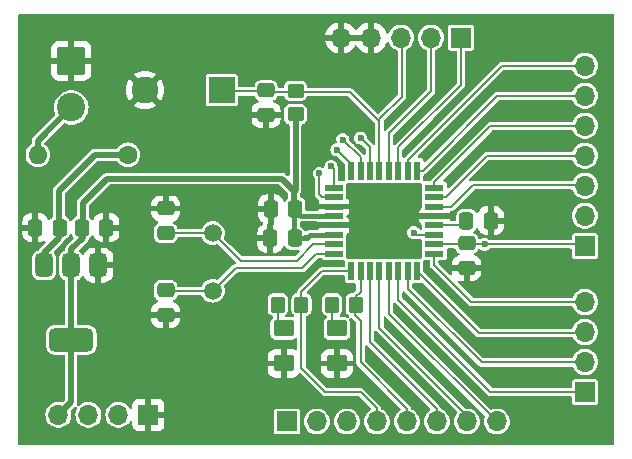
<source format=gtl>
G04 #@! TF.GenerationSoftware,KiCad,Pcbnew,8.0.8-8.0.8-0~ubuntu24.04.1*
G04 #@! TF.CreationDate,2025-08-03T14:04:54+02:00*
G04 #@! TF.ProjectId,atmega328,61746d65-6761-4333-9238-2e6b69636164,rev?*
G04 #@! TF.SameCoordinates,Original*
G04 #@! TF.FileFunction,Copper,L1,Top*
G04 #@! TF.FilePolarity,Positive*
%FSLAX46Y46*%
G04 Gerber Fmt 4.6, Leading zero omitted, Abs format (unit mm)*
G04 Created by KiCad (PCBNEW 8.0.8-8.0.8-0~ubuntu24.04.1) date 2025-08-03 14:04:54*
%MOMM*%
%LPD*%
G01*
G04 APERTURE LIST*
G04 Aperture macros list*
%AMRoundRect*
0 Rectangle with rounded corners*
0 $1 Rounding radius*
0 $2 $3 $4 $5 $6 $7 $8 $9 X,Y pos of 4 corners*
0 Add a 4 corners polygon primitive as box body*
4,1,4,$2,$3,$4,$5,$6,$7,$8,$9,$2,$3,0*
0 Add four circle primitives for the rounded corners*
1,1,$1+$1,$2,$3*
1,1,$1+$1,$4,$5*
1,1,$1+$1,$6,$7*
1,1,$1+$1,$8,$9*
0 Add four rect primitives between the rounded corners*
20,1,$1+$1,$2,$3,$4,$5,0*
20,1,$1+$1,$4,$5,$6,$7,0*
20,1,$1+$1,$6,$7,$8,$9,0*
20,1,$1+$1,$8,$9,$2,$3,0*%
G04 Aperture macros list end*
G04 #@! TA.AperFunction,SMDPad,CuDef*
%ADD10RoundRect,0.250000X0.450000X-0.350000X0.450000X0.350000X-0.450000X0.350000X-0.450000X-0.350000X0*%
G04 #@! TD*
G04 #@! TA.AperFunction,SMDPad,CuDef*
%ADD11RoundRect,0.250000X0.350000X0.450000X-0.350000X0.450000X-0.350000X-0.450000X0.350000X-0.450000X0*%
G04 #@! TD*
G04 #@! TA.AperFunction,SMDPad,CuDef*
%ADD12RoundRect,0.250001X0.624999X-0.462499X0.624999X0.462499X-0.624999X0.462499X-0.624999X-0.462499X0*%
G04 #@! TD*
G04 #@! TA.AperFunction,SMDPad,CuDef*
%ADD13RoundRect,0.250000X0.475000X-0.337500X0.475000X0.337500X-0.475000X0.337500X-0.475000X-0.337500X0*%
G04 #@! TD*
G04 #@! TA.AperFunction,SMDPad,CuDef*
%ADD14RoundRect,0.250000X-0.475000X0.337500X-0.475000X-0.337500X0.475000X-0.337500X0.475000X0.337500X0*%
G04 #@! TD*
G04 #@! TA.AperFunction,SMDPad,CuDef*
%ADD15RoundRect,0.250000X0.337500X0.475000X-0.337500X0.475000X-0.337500X-0.475000X0.337500X-0.475000X0*%
G04 #@! TD*
G04 #@! TA.AperFunction,SMDPad,CuDef*
%ADD16RoundRect,0.250000X-0.337500X-0.475000X0.337500X-0.475000X0.337500X0.475000X-0.337500X0.475000X0*%
G04 #@! TD*
G04 #@! TA.AperFunction,SMDPad,CuDef*
%ADD17R,1.600000X0.550000*%
G04 #@! TD*
G04 #@! TA.AperFunction,SMDPad,CuDef*
%ADD18R,0.550000X1.600000*%
G04 #@! TD*
G04 #@! TA.AperFunction,ComponentPad*
%ADD19R,1.700000X1.700000*%
G04 #@! TD*
G04 #@! TA.AperFunction,ComponentPad*
%ADD20O,1.700000X1.700000*%
G04 #@! TD*
G04 #@! TA.AperFunction,ComponentPad*
%ADD21C,1.500000*%
G04 #@! TD*
G04 #@! TA.AperFunction,ComponentPad*
%ADD22RoundRect,0.250001X-0.949999X0.949999X-0.949999X-0.949999X0.949999X-0.949999X0.949999X0.949999X0*%
G04 #@! TD*
G04 #@! TA.AperFunction,ComponentPad*
%ADD23C,2.400000*%
G04 #@! TD*
G04 #@! TA.AperFunction,ComponentPad*
%ADD24R,2.250000X2.250000*%
G04 #@! TD*
G04 #@! TA.AperFunction,ComponentPad*
%ADD25C,2.250000*%
G04 #@! TD*
G04 #@! TA.AperFunction,ComponentPad*
%ADD26C,1.600000*%
G04 #@! TD*
G04 #@! TA.AperFunction,ComponentPad*
%ADD27O,1.600000X1.600000*%
G04 #@! TD*
G04 #@! TA.AperFunction,SMDPad,CuDef*
%ADD28RoundRect,0.375000X-0.375000X0.625000X-0.375000X-0.625000X0.375000X-0.625000X0.375000X0.625000X0*%
G04 #@! TD*
G04 #@! TA.AperFunction,SMDPad,CuDef*
%ADD29RoundRect,0.500000X-1.400000X0.500000X-1.400000X-0.500000X1.400000X-0.500000X1.400000X0.500000X0*%
G04 #@! TD*
G04 #@! TA.AperFunction,ViaPad*
%ADD30C,0.600000*%
G04 #@! TD*
G04 #@! TA.AperFunction,Conductor*
%ADD31C,0.200000*%
G04 #@! TD*
G04 #@! TA.AperFunction,Conductor*
%ADD32C,0.500000*%
G04 #@! TD*
G04 #@! TA.AperFunction,Conductor*
%ADD33C,0.400000*%
G04 #@! TD*
G04 APERTURE END LIST*
D10*
X153500000Y-64500000D03*
X153500000Y-62500000D03*
D11*
X158587500Y-80600000D03*
X156587500Y-80600000D03*
X154000000Y-80600000D03*
X152000000Y-80600000D03*
D12*
X157000000Y-82612500D03*
X157000000Y-85587500D03*
X152500000Y-85587500D03*
X152500000Y-82612500D03*
D13*
X151000000Y-64537500D03*
X151000000Y-62462500D03*
X142500000Y-81467500D03*
X142500000Y-79392500D03*
D14*
X142500000Y-72462500D03*
X142500000Y-74537500D03*
D15*
X137487500Y-74080000D03*
X135412500Y-74080000D03*
D13*
X168000000Y-77487500D03*
X168000000Y-75412500D03*
D16*
X151412500Y-72500000D03*
X153487500Y-72500000D03*
X151362500Y-75000000D03*
X153437500Y-75000000D03*
X131462500Y-74080000D03*
X133537500Y-74080000D03*
D15*
X170037500Y-73500000D03*
X167962500Y-73500000D03*
D17*
X156750000Y-70700000D03*
X156750000Y-71500000D03*
X156750000Y-72300000D03*
X156750000Y-73100000D03*
X156750000Y-73900000D03*
X156750000Y-74700000D03*
X156750000Y-75500000D03*
X156750000Y-76300000D03*
D18*
X158200000Y-77750000D03*
X159000000Y-77750000D03*
X159800000Y-77750000D03*
X160600000Y-77750000D03*
X161400000Y-77750000D03*
X162200000Y-77750000D03*
X163000000Y-77750000D03*
X163800000Y-77750000D03*
D17*
X165250000Y-76300000D03*
X165250000Y-75500000D03*
X165250000Y-74700000D03*
X165250000Y-73900000D03*
X165250000Y-73100000D03*
X165250000Y-72300000D03*
X165250000Y-71500000D03*
X165250000Y-70700000D03*
D18*
X163800000Y-69250000D03*
X163000000Y-69250000D03*
X162200000Y-69250000D03*
X161400000Y-69250000D03*
X160600000Y-69250000D03*
X159800000Y-69250000D03*
X159000000Y-69250000D03*
X158200000Y-69250000D03*
D19*
X152760000Y-90500000D03*
D20*
X155300000Y-90500000D03*
X157840000Y-90500000D03*
X160380000Y-90500000D03*
X162920000Y-90500000D03*
X165460000Y-90500000D03*
X168000000Y-90500000D03*
X170540000Y-90500000D03*
D19*
X141040000Y-89930000D03*
D20*
X138500000Y-89930000D03*
X135960000Y-89930000D03*
X133420000Y-89930000D03*
D19*
X178000000Y-75620000D03*
D20*
X178000000Y-73080000D03*
X178000000Y-70540000D03*
X178000000Y-68000000D03*
X178000000Y-65460000D03*
X178000000Y-62920000D03*
X178000000Y-60380000D03*
D21*
X146500000Y-74550000D03*
X146500000Y-79430000D03*
D22*
X134517500Y-59950000D03*
D23*
X134517500Y-63910000D03*
D19*
X167500000Y-58000000D03*
D20*
X164960000Y-58000000D03*
X162420000Y-58000000D03*
X159880000Y-58000000D03*
X157340000Y-58000000D03*
D19*
X178000000Y-88000000D03*
D20*
X178000000Y-85460000D03*
X178000000Y-82920000D03*
X178000000Y-80380000D03*
D24*
X147250000Y-62430000D03*
D25*
X140750000Y-62430000D03*
D26*
X139310000Y-67930000D03*
D27*
X131690000Y-67930000D03*
D28*
X136800000Y-77280000D03*
X134500000Y-77280000D03*
D29*
X134500000Y-83580000D03*
D28*
X132200000Y-77280000D03*
D30*
X154500000Y-75000000D03*
X169500000Y-75500000D03*
X155500000Y-69500000D03*
X156500000Y-68900000D03*
X157000000Y-67500000D03*
X163500000Y-74500000D03*
X159000000Y-66500000D03*
X157500000Y-66625000D03*
D31*
X152000000Y-80600000D02*
X152000000Y-82112500D01*
X152000000Y-82112500D02*
X152500000Y-82612500D01*
X154000000Y-80600000D02*
X154000000Y-86000000D01*
X154000000Y-86000000D02*
X156000000Y-88000000D01*
X158200000Y-77750000D02*
X155750000Y-77750000D01*
X155750000Y-77750000D02*
X154000000Y-79500000D01*
X154000000Y-79500000D02*
X154000000Y-80600000D01*
X165250000Y-73900000D02*
X167562500Y-73900000D01*
X167562500Y-73900000D02*
X167962500Y-73500000D01*
X160600000Y-65395000D02*
X160600000Y-65100000D01*
X160600000Y-65100000D02*
X158087500Y-62587500D01*
X158087500Y-62587500D02*
X153500000Y-62587500D01*
X165250000Y-76300000D02*
X165250000Y-77250000D01*
X165250000Y-77250000D02*
X168380000Y-80380000D01*
X168380000Y-80380000D02*
X178000000Y-80380000D01*
X163800000Y-77750000D02*
X163800000Y-77800000D01*
X163800000Y-77800000D02*
X169000000Y-83000000D01*
X169000000Y-83000000D02*
X177920000Y-83000000D01*
X177920000Y-83000000D02*
X178000000Y-82920000D01*
X163000000Y-77750000D02*
X163000000Y-79250000D01*
X169250000Y-85500000D02*
X177960000Y-85500000D01*
X163000000Y-79250000D02*
X169250000Y-85500000D01*
X177960000Y-85500000D02*
X178000000Y-85460000D01*
X162200000Y-77750000D02*
X162200000Y-80200000D01*
X162200000Y-80200000D02*
X170000000Y-88000000D01*
X170000000Y-88000000D02*
X178000000Y-88000000D01*
X156587500Y-80600000D02*
X156587500Y-82200000D01*
X156587500Y-82200000D02*
X157000000Y-82612500D01*
X131550000Y-74080000D02*
X131550000Y-74530000D01*
D32*
X152330000Y-69930000D02*
X137570000Y-69930000D01*
X153400000Y-71000000D02*
X153500000Y-70900000D01*
X153400000Y-71000000D02*
X152330000Y-69930000D01*
D31*
X168000000Y-75500000D02*
X169500000Y-75500000D01*
D32*
X137570000Y-69930000D02*
X135500000Y-72000000D01*
X134500000Y-77280000D02*
X134500000Y-88850000D01*
D33*
X154750000Y-74750000D02*
X154500000Y-75000000D01*
D31*
X165250000Y-75500000D02*
X168000000Y-75500000D01*
D33*
X154500000Y-75000000D02*
X153350000Y-75000000D01*
X156750000Y-73100000D02*
X154000000Y-73100000D01*
X153350000Y-75000000D02*
X153650000Y-74700000D01*
D32*
X153400000Y-71000000D02*
X153400000Y-72500000D01*
X134500000Y-75930000D02*
X134500000Y-77280000D01*
D33*
X154750000Y-74700000D02*
X154750000Y-74750000D01*
D32*
X135500000Y-72000000D02*
X135500000Y-74080000D01*
D33*
X153400000Y-72500000D02*
X153400000Y-74950000D01*
D32*
X153500000Y-70900000D02*
X153500000Y-64412500D01*
D33*
X154750000Y-74700000D02*
X156750000Y-74700000D01*
D31*
X177880000Y-75500000D02*
X178000000Y-75620000D01*
D33*
X153400000Y-72500000D02*
X153150000Y-72250000D01*
D32*
X134500000Y-88850000D02*
X133420000Y-89930000D01*
D33*
X153400000Y-74950000D02*
X153350000Y-75000000D01*
D31*
X169500000Y-75500000D02*
X177880000Y-75500000D01*
D32*
X135500000Y-74930000D02*
X134500000Y-75930000D01*
D33*
X154000000Y-73100000D02*
X153400000Y-72500000D01*
D32*
X135500000Y-74080000D02*
X135500000Y-74930000D01*
D31*
X142600000Y-74550000D02*
X142500000Y-74450000D01*
X148880000Y-76930000D02*
X146500000Y-74550000D01*
X146500000Y-74550000D02*
X142600000Y-74550000D01*
X153620000Y-76880000D02*
X148930000Y-76880000D01*
X148930000Y-76880000D02*
X148880000Y-76930000D01*
X156750000Y-75500000D02*
X155000000Y-75500000D01*
X155000000Y-75500000D02*
X153620000Y-76880000D01*
X155250000Y-76300000D02*
X154050000Y-77500000D01*
X154050000Y-77500000D02*
X148430000Y-77500000D01*
X146450000Y-79480000D02*
X146500000Y-79430000D01*
X142500000Y-79480000D02*
X146450000Y-79480000D01*
X156750000Y-76300000D02*
X155250000Y-76300000D01*
X148430000Y-77500000D02*
X146500000Y-79430000D01*
X153587500Y-62500000D02*
X153500000Y-62587500D01*
X160600000Y-64900000D02*
X162500000Y-63000000D01*
X160600000Y-65395000D02*
X160600000Y-64900000D01*
X147370000Y-62550000D02*
X147250000Y-62430000D01*
X151000000Y-62550000D02*
X150880000Y-62430000D01*
X162500000Y-63000000D02*
X162500000Y-58080000D01*
X160600000Y-65395000D02*
X160600000Y-69250000D01*
X153500000Y-62587500D02*
X151037500Y-62587500D01*
X162500000Y-58080000D02*
X162420000Y-58000000D01*
X151000000Y-62550000D02*
X147370000Y-62550000D01*
X151037500Y-62587500D02*
X151000000Y-62550000D01*
D32*
X133450000Y-70980000D02*
X136500000Y-67930000D01*
X133450000Y-74980000D02*
X132200000Y-76230000D01*
X132200000Y-76230000D02*
X132200000Y-77280000D01*
X133450000Y-74080000D02*
X133450000Y-74980000D01*
X136500000Y-67930000D02*
X139310000Y-67930000D01*
X133450000Y-74080000D02*
X133450000Y-70980000D01*
D31*
X153000000Y-82700000D02*
X153087500Y-82612500D01*
X159800000Y-77750000D02*
X159812500Y-77762500D01*
X159800000Y-83800000D02*
X165460000Y-89460000D01*
X159800000Y-77750000D02*
X159800000Y-83800000D01*
X165460000Y-89460000D02*
X165460000Y-90500000D01*
X155750000Y-71500000D02*
X156750000Y-71500000D01*
X155500000Y-71250000D02*
X155750000Y-71500000D01*
X155500000Y-69500000D02*
X155500000Y-71250000D01*
X158500000Y-80600000D02*
X158500000Y-81500000D01*
X158500000Y-80600000D02*
X158500000Y-80000000D01*
X159000000Y-85500000D02*
X162920000Y-89420000D01*
X158500000Y-80000000D02*
X159000000Y-79500000D01*
X159000000Y-79500000D02*
X159000000Y-77750000D01*
X158500000Y-81500000D02*
X159000000Y-82000000D01*
X159000000Y-82000000D02*
X159000000Y-85500000D01*
X162920000Y-89420000D02*
X162920000Y-90500000D01*
X159000000Y-88000000D02*
X160380000Y-89380000D01*
X156000000Y-88000000D02*
X159000000Y-88000000D01*
X160380000Y-89380000D02*
X160380000Y-90500000D01*
X156500000Y-68900000D02*
X156750000Y-69150000D01*
X156750000Y-69150000D02*
X156750000Y-70700000D01*
X177800000Y-80380000D02*
X178000000Y-80380000D01*
X170500000Y-90500000D02*
X170540000Y-90500000D01*
X161400000Y-81360000D02*
X170540000Y-90500000D01*
X161400000Y-77750000D02*
X161400000Y-81360000D01*
X160600000Y-82600000D02*
X168000000Y-90000000D01*
X168000000Y-90000000D02*
X168000000Y-90500000D01*
X160600000Y-77750000D02*
X160600000Y-82600000D01*
X166700000Y-72300000D02*
X168500000Y-70500000D01*
X168500000Y-70500000D02*
X177960000Y-70500000D01*
X177960000Y-70500000D02*
X178000000Y-70540000D01*
X165250000Y-72300000D02*
X166700000Y-72300000D01*
X157000000Y-67500000D02*
X158200000Y-68700000D01*
X158200000Y-68700000D02*
X158200000Y-69250000D01*
X177960000Y-65500000D02*
X178000000Y-65460000D01*
X170000000Y-65500000D02*
X177960000Y-65500000D01*
X165250000Y-70700000D02*
X165250000Y-70250000D01*
X165250000Y-70250000D02*
X170000000Y-65500000D01*
X162200000Y-69250000D02*
X162200000Y-67300000D01*
X167500000Y-62000000D02*
X167500000Y-58000000D01*
X162200000Y-67300000D02*
X167500000Y-62000000D01*
X170995000Y-60380000D02*
X178000000Y-60380000D01*
X163000000Y-68375000D02*
X170995000Y-60380000D01*
X163000000Y-69250000D02*
X163000000Y-68375000D01*
X163700000Y-74700000D02*
X163500000Y-74500000D01*
X165250000Y-74700000D02*
X163700000Y-74700000D01*
X165250000Y-71500000D02*
X166217157Y-71500000D01*
X169717157Y-68000000D02*
X178000000Y-68000000D01*
X166217157Y-71500000D02*
X169717157Y-68000000D01*
X164960000Y-62540000D02*
X164960000Y-58000000D01*
X161400000Y-69250000D02*
X161400000Y-66100000D01*
X161400000Y-66100000D02*
X164960000Y-62540000D01*
X163800000Y-69250000D02*
X164250000Y-69250000D01*
X164250000Y-69250000D02*
X170580000Y-62920000D01*
X170580000Y-62920000D02*
X178000000Y-62920000D01*
X159000000Y-66500000D02*
X159800000Y-67300000D01*
X159800000Y-67300000D02*
X159800000Y-69250000D01*
X157500000Y-66625000D02*
X159000000Y-68125000D01*
X159000000Y-68125000D02*
X159000000Y-69250000D01*
X156675000Y-82375000D02*
X157000000Y-82700000D01*
D32*
X131690000Y-67930000D02*
X131690000Y-66737500D01*
X131690000Y-66737500D02*
X134517500Y-63910000D01*
G04 #@! TA.AperFunction,Conductor*
G36*
X159414075Y-57807007D02*
G01*
X159380000Y-57934174D01*
X159380000Y-58065826D01*
X159414075Y-58192993D01*
X159446988Y-58250000D01*
X157773012Y-58250000D01*
X157805925Y-58192993D01*
X157840000Y-58065826D01*
X157840000Y-57934174D01*
X157805925Y-57807007D01*
X157773012Y-57750000D01*
X159446988Y-57750000D01*
X159414075Y-57807007D01*
G37*
G04 #@! TD.AperFunction*
G04 #@! TA.AperFunction,Conductor*
G36*
X180442539Y-56020185D02*
G01*
X180488294Y-56072989D01*
X180499500Y-56124500D01*
X180499500Y-92375500D01*
X180479815Y-92442539D01*
X180427011Y-92488294D01*
X180375500Y-92499500D01*
X130124500Y-92499500D01*
X130057461Y-92479815D01*
X130011706Y-92427011D01*
X130000500Y-92375500D01*
X130000500Y-76591829D01*
X131199500Y-76591829D01*
X131199500Y-77968150D01*
X131199501Y-77968175D01*
X131202291Y-78003627D01*
X131246380Y-78155385D01*
X131246382Y-78155390D01*
X131326827Y-78291416D01*
X131326834Y-78291425D01*
X131438574Y-78403165D01*
X131438578Y-78403168D01*
X131438580Y-78403170D01*
X131574610Y-78483618D01*
X131726373Y-78527709D01*
X131761837Y-78530500D01*
X132638162Y-78530499D01*
X132673627Y-78527709D01*
X132825390Y-78483618D01*
X132961420Y-78403170D01*
X133073170Y-78291420D01*
X133153618Y-78155390D01*
X133197709Y-78003627D01*
X133200500Y-77968163D01*
X133200499Y-76591838D01*
X133197709Y-76556373D01*
X133153618Y-76404610D01*
X133073170Y-76268580D01*
X133073168Y-76268578D01*
X133073165Y-76268574D01*
X133058883Y-76254292D01*
X133025398Y-76192969D01*
X133030382Y-76123277D01*
X133058881Y-76078932D01*
X133850500Y-75287314D01*
X133916392Y-75173186D01*
X133929450Y-75124448D01*
X133965813Y-75064789D01*
X134005890Y-75040360D01*
X134114977Y-74999674D01*
X134117326Y-74998798D01*
X134117326Y-74998797D01*
X134117331Y-74998796D01*
X134232546Y-74912546D01*
X134318796Y-74797331D01*
X134338194Y-74745323D01*
X134358818Y-74690027D01*
X134400689Y-74634093D01*
X134466153Y-74609676D01*
X134534426Y-74624527D01*
X134583832Y-74673932D01*
X134591182Y-74690027D01*
X134631202Y-74797328D01*
X134631206Y-74797335D01*
X134692528Y-74879250D01*
X134716946Y-74944714D01*
X134702095Y-75012987D01*
X134680943Y-75041242D01*
X134192686Y-75529500D01*
X134099502Y-75622683D01*
X134099500Y-75622686D01*
X134033608Y-75736812D01*
X133999500Y-75864108D01*
X133999500Y-75946996D01*
X133979815Y-76014035D01*
X133927011Y-76059790D01*
X133910095Y-76066072D01*
X133874614Y-76076380D01*
X133874611Y-76076381D01*
X133738583Y-76156827D01*
X133738574Y-76156834D01*
X133626834Y-76268574D01*
X133626827Y-76268583D01*
X133546382Y-76404609D01*
X133546380Y-76404614D01*
X133502292Y-76556366D01*
X133502290Y-76556379D01*
X133499500Y-76591829D01*
X133499500Y-77968150D01*
X133499501Y-77968175D01*
X133502291Y-78003627D01*
X133546380Y-78155385D01*
X133546382Y-78155390D01*
X133626827Y-78291416D01*
X133626834Y-78291425D01*
X133738574Y-78403165D01*
X133738578Y-78403168D01*
X133738580Y-78403170D01*
X133874610Y-78483618D01*
X133910094Y-78493926D01*
X133968979Y-78531532D01*
X133998187Y-78595004D01*
X133999500Y-78613003D01*
X133999500Y-82205500D01*
X133979815Y-82272539D01*
X133927011Y-82318294D01*
X133875500Y-82329500D01*
X133049998Y-82329500D01*
X133049980Y-82329501D01*
X132947203Y-82340000D01*
X132947200Y-82340001D01*
X132780668Y-82395185D01*
X132780663Y-82395187D01*
X132631342Y-82487289D01*
X132507289Y-82611342D01*
X132415187Y-82760663D01*
X132415186Y-82760666D01*
X132360001Y-82927203D01*
X132360001Y-82927204D01*
X132360000Y-82927204D01*
X132349500Y-83029983D01*
X132349500Y-84130001D01*
X132349501Y-84130019D01*
X132360000Y-84232796D01*
X132360001Y-84232799D01*
X132415185Y-84399331D01*
X132415187Y-84399336D01*
X132440664Y-84440641D01*
X132507288Y-84548656D01*
X132631344Y-84672712D01*
X132780666Y-84764814D01*
X132947203Y-84819999D01*
X133049991Y-84830500D01*
X133875500Y-84830499D01*
X133942539Y-84850183D01*
X133988294Y-84902987D01*
X133999500Y-84954499D01*
X133999500Y-88591323D01*
X133979815Y-88658362D01*
X133963181Y-88679005D01*
X133813118Y-88829067D01*
X133751795Y-88862551D01*
X133702652Y-88863274D01*
X133521976Y-88829500D01*
X133318024Y-88829500D01*
X133117544Y-88866976D01*
X133117541Y-88866976D01*
X133117541Y-88866977D01*
X132927364Y-88940651D01*
X132927357Y-88940655D01*
X132753960Y-89048017D01*
X132753958Y-89048019D01*
X132603237Y-89185418D01*
X132480327Y-89348178D01*
X132389422Y-89530739D01*
X132389417Y-89530752D01*
X132333602Y-89726917D01*
X132314785Y-89929999D01*
X132314785Y-89930000D01*
X132333602Y-90133082D01*
X132389417Y-90329247D01*
X132389422Y-90329260D01*
X132480327Y-90511821D01*
X132603237Y-90674581D01*
X132753958Y-90811980D01*
X132753960Y-90811982D01*
X132853141Y-90873392D01*
X132927363Y-90919348D01*
X133117544Y-90993024D01*
X133318024Y-91030500D01*
X133318026Y-91030500D01*
X133521974Y-91030500D01*
X133521976Y-91030500D01*
X133722456Y-90993024D01*
X133912637Y-90919348D01*
X134086041Y-90811981D01*
X134236764Y-90674579D01*
X134359673Y-90511821D01*
X134450582Y-90329250D01*
X134506397Y-90133083D01*
X134525215Y-89930000D01*
X134506397Y-89726917D01*
X134487464Y-89660375D01*
X134488050Y-89590513D01*
X134519047Y-89538765D01*
X134790959Y-89266854D01*
X134852281Y-89233370D01*
X134921973Y-89238354D01*
X134977906Y-89280226D01*
X135002323Y-89345690D01*
X134989639Y-89409807D01*
X134929424Y-89530734D01*
X134929417Y-89530752D01*
X134873602Y-89726917D01*
X134854785Y-89929999D01*
X134854785Y-89930000D01*
X134873602Y-90133082D01*
X134929417Y-90329247D01*
X134929422Y-90329260D01*
X135020327Y-90511821D01*
X135143237Y-90674581D01*
X135293958Y-90811980D01*
X135293960Y-90811982D01*
X135393141Y-90873392D01*
X135467363Y-90919348D01*
X135657544Y-90993024D01*
X135858024Y-91030500D01*
X135858026Y-91030500D01*
X136061974Y-91030500D01*
X136061976Y-91030500D01*
X136262456Y-90993024D01*
X136452637Y-90919348D01*
X136626041Y-90811981D01*
X136776764Y-90674579D01*
X136899673Y-90511821D01*
X136990582Y-90329250D01*
X137046397Y-90133083D01*
X137065215Y-89930000D01*
X137065215Y-89929999D01*
X137394785Y-89929999D01*
X137394785Y-89930000D01*
X137413602Y-90133082D01*
X137469417Y-90329247D01*
X137469422Y-90329260D01*
X137560327Y-90511821D01*
X137683237Y-90674581D01*
X137833958Y-90811980D01*
X137833960Y-90811982D01*
X137933141Y-90873392D01*
X138007363Y-90919348D01*
X138197544Y-90993024D01*
X138398024Y-91030500D01*
X138398026Y-91030500D01*
X138601974Y-91030500D01*
X138601976Y-91030500D01*
X138802456Y-90993024D01*
X138992637Y-90919348D01*
X139166041Y-90811981D01*
X139316764Y-90674579D01*
X139439673Y-90511821D01*
X139445560Y-90499999D01*
X139455000Y-90481041D01*
X139502503Y-90429803D01*
X139570165Y-90412382D01*
X139636506Y-90434307D01*
X139680461Y-90488619D01*
X139690000Y-90536312D01*
X139690000Y-90827844D01*
X139696401Y-90887372D01*
X139696403Y-90887379D01*
X139746645Y-91022086D01*
X139746649Y-91022093D01*
X139832809Y-91137187D01*
X139832812Y-91137190D01*
X139947906Y-91223350D01*
X139947913Y-91223354D01*
X140082620Y-91273596D01*
X140082627Y-91273598D01*
X140142155Y-91279999D01*
X140142172Y-91280000D01*
X140790000Y-91280000D01*
X140790000Y-90363012D01*
X140847007Y-90395925D01*
X140974174Y-90430000D01*
X141105826Y-90430000D01*
X141232993Y-90395925D01*
X141290000Y-90363012D01*
X141290000Y-91280000D01*
X141937828Y-91280000D01*
X141937844Y-91279999D01*
X141997372Y-91273598D01*
X141997379Y-91273596D01*
X142132086Y-91223354D01*
X142132093Y-91223350D01*
X142247187Y-91137190D01*
X142247190Y-91137187D01*
X142333350Y-91022093D01*
X142333354Y-91022086D01*
X142383596Y-90887379D01*
X142383598Y-90887372D01*
X142389999Y-90827844D01*
X142390000Y-90827827D01*
X142390000Y-90180000D01*
X141473012Y-90180000D01*
X141505925Y-90122993D01*
X141540000Y-89995826D01*
X141540000Y-89864174D01*
X141505925Y-89737007D01*
X141473012Y-89680000D01*
X142390000Y-89680000D01*
X142390000Y-89625321D01*
X151659500Y-89625321D01*
X151659500Y-91374678D01*
X151674032Y-91447735D01*
X151674033Y-91447739D01*
X151674034Y-91447740D01*
X151729399Y-91530601D01*
X151812260Y-91585966D01*
X151812264Y-91585967D01*
X151885321Y-91600499D01*
X151885324Y-91600500D01*
X151885326Y-91600500D01*
X153634676Y-91600500D01*
X153634677Y-91600499D01*
X153707740Y-91585966D01*
X153790601Y-91530601D01*
X153845966Y-91447740D01*
X153860500Y-91374674D01*
X153860500Y-90499999D01*
X154194785Y-90499999D01*
X154194785Y-90500000D01*
X154213602Y-90703082D01*
X154269417Y-90899247D01*
X154269422Y-90899260D01*
X154360327Y-91081821D01*
X154483237Y-91244581D01*
X154633958Y-91381980D01*
X154633960Y-91381982D01*
X154733141Y-91443392D01*
X154807363Y-91489348D01*
X154997544Y-91563024D01*
X155198024Y-91600500D01*
X155198026Y-91600500D01*
X155401974Y-91600500D01*
X155401976Y-91600500D01*
X155602456Y-91563024D01*
X155792637Y-91489348D01*
X155966041Y-91381981D01*
X156116764Y-91244579D01*
X156239673Y-91081821D01*
X156330582Y-90899250D01*
X156386397Y-90703083D01*
X156405215Y-90500000D01*
X156405215Y-90499999D01*
X156734785Y-90499999D01*
X156734785Y-90500000D01*
X156753602Y-90703082D01*
X156809417Y-90899247D01*
X156809422Y-90899260D01*
X156900327Y-91081821D01*
X157023237Y-91244581D01*
X157173958Y-91381980D01*
X157173960Y-91381982D01*
X157273141Y-91443392D01*
X157347363Y-91489348D01*
X157537544Y-91563024D01*
X157738024Y-91600500D01*
X157738026Y-91600500D01*
X157941974Y-91600500D01*
X157941976Y-91600500D01*
X158142456Y-91563024D01*
X158332637Y-91489348D01*
X158506041Y-91381981D01*
X158656764Y-91244579D01*
X158779673Y-91081821D01*
X158870582Y-90899250D01*
X158926397Y-90703083D01*
X158945215Y-90500000D01*
X158944160Y-90488619D01*
X158926397Y-90296917D01*
X158893131Y-90180000D01*
X158870582Y-90100750D01*
X158859313Y-90078119D01*
X158785559Y-89930000D01*
X158779673Y-89918179D01*
X158656764Y-89755421D01*
X158656762Y-89755418D01*
X158506041Y-89618019D01*
X158506039Y-89618017D01*
X158332642Y-89510655D01*
X158332639Y-89510653D01*
X158332637Y-89510652D01*
X158332636Y-89510651D01*
X158332635Y-89510651D01*
X158188734Y-89454904D01*
X158142456Y-89436976D01*
X157941976Y-89399500D01*
X157738024Y-89399500D01*
X157537544Y-89436976D01*
X157537541Y-89436976D01*
X157537541Y-89436977D01*
X157347364Y-89510651D01*
X157347357Y-89510655D01*
X157173960Y-89618017D01*
X157173958Y-89618019D01*
X157023237Y-89755418D01*
X156900327Y-89918178D01*
X156809422Y-90100739D01*
X156809417Y-90100752D01*
X156753602Y-90296917D01*
X156734785Y-90499999D01*
X156405215Y-90499999D01*
X156404160Y-90488619D01*
X156386397Y-90296917D01*
X156353131Y-90180000D01*
X156330582Y-90100750D01*
X156319313Y-90078119D01*
X156245559Y-89930000D01*
X156239673Y-89918179D01*
X156116764Y-89755421D01*
X156116762Y-89755418D01*
X155966041Y-89618019D01*
X155966039Y-89618017D01*
X155792642Y-89510655D01*
X155792639Y-89510653D01*
X155792637Y-89510652D01*
X155792636Y-89510651D01*
X155792635Y-89510651D01*
X155648734Y-89454904D01*
X155602456Y-89436976D01*
X155401976Y-89399500D01*
X155198024Y-89399500D01*
X154997544Y-89436976D01*
X154997541Y-89436976D01*
X154997541Y-89436977D01*
X154807364Y-89510651D01*
X154807357Y-89510655D01*
X154633960Y-89618017D01*
X154633958Y-89618019D01*
X154483237Y-89755418D01*
X154360327Y-89918178D01*
X154269422Y-90100739D01*
X154269417Y-90100752D01*
X154213602Y-90296917D01*
X154194785Y-90499999D01*
X153860500Y-90499999D01*
X153860500Y-89625326D01*
X153860500Y-89625323D01*
X153860499Y-89625321D01*
X153845967Y-89552264D01*
X153845966Y-89552260D01*
X153831595Y-89530752D01*
X153790601Y-89469399D01*
X153707740Y-89414034D01*
X153707739Y-89414033D01*
X153707735Y-89414032D01*
X153634677Y-89399500D01*
X153634674Y-89399500D01*
X151885326Y-89399500D01*
X151885323Y-89399500D01*
X151812264Y-89414032D01*
X151812260Y-89414033D01*
X151729399Y-89469399D01*
X151674033Y-89552260D01*
X151674032Y-89552264D01*
X151659500Y-89625321D01*
X142390000Y-89625321D01*
X142390000Y-89032172D01*
X142389999Y-89032155D01*
X142383598Y-88972627D01*
X142383596Y-88972620D01*
X142333354Y-88837913D01*
X142333350Y-88837906D01*
X142247190Y-88722812D01*
X142247187Y-88722809D01*
X142132093Y-88636649D01*
X142132086Y-88636645D01*
X141997379Y-88586403D01*
X141997372Y-88586401D01*
X141937844Y-88580000D01*
X141290000Y-88580000D01*
X141290000Y-89496988D01*
X141232993Y-89464075D01*
X141105826Y-89430000D01*
X140974174Y-89430000D01*
X140847007Y-89464075D01*
X140790000Y-89496988D01*
X140790000Y-88580000D01*
X140142155Y-88580000D01*
X140082627Y-88586401D01*
X140082620Y-88586403D01*
X139947913Y-88636645D01*
X139947906Y-88636649D01*
X139832812Y-88722809D01*
X139832809Y-88722812D01*
X139746649Y-88837906D01*
X139746645Y-88837913D01*
X139696403Y-88972620D01*
X139696401Y-88972627D01*
X139690000Y-89032155D01*
X139690000Y-89323687D01*
X139670315Y-89390726D01*
X139617511Y-89436481D01*
X139548353Y-89446425D01*
X139484797Y-89417400D01*
X139455000Y-89378960D01*
X139452919Y-89374780D01*
X139439673Y-89348179D01*
X139437794Y-89345690D01*
X139316762Y-89185418D01*
X139166041Y-89048019D01*
X139166039Y-89048017D01*
X138992642Y-88940655D01*
X138992635Y-88940651D01*
X138897546Y-88903814D01*
X138802456Y-88866976D01*
X138601976Y-88829500D01*
X138398024Y-88829500D01*
X138197544Y-88866976D01*
X138197541Y-88866976D01*
X138197541Y-88866977D01*
X138007364Y-88940651D01*
X138007357Y-88940655D01*
X137833960Y-89048017D01*
X137833958Y-89048019D01*
X137683237Y-89185418D01*
X137560327Y-89348178D01*
X137469422Y-89530739D01*
X137469417Y-89530752D01*
X137413602Y-89726917D01*
X137394785Y-89929999D01*
X137065215Y-89929999D01*
X137059115Y-89864174D01*
X137046397Y-89726917D01*
X137027465Y-89660380D01*
X136990582Y-89530750D01*
X136990574Y-89530734D01*
X136925289Y-89399624D01*
X136899673Y-89348179D01*
X136821594Y-89244786D01*
X136776762Y-89185418D01*
X136626041Y-89048019D01*
X136626039Y-89048017D01*
X136452642Y-88940655D01*
X136452635Y-88940651D01*
X136357546Y-88903814D01*
X136262456Y-88866976D01*
X136061976Y-88829500D01*
X135858024Y-88829500D01*
X135657544Y-88866976D01*
X135657541Y-88866976D01*
X135657541Y-88866977D01*
X135467364Y-88940651D01*
X135467357Y-88940655D01*
X135293962Y-89048016D01*
X135171698Y-89159474D01*
X135108893Y-89190090D01*
X135039506Y-89181892D01*
X134985567Y-89137482D01*
X134964199Y-89070960D01*
X134968383Y-89035752D01*
X135000500Y-88915892D01*
X135000500Y-88784107D01*
X135000500Y-86099985D01*
X151125000Y-86099985D01*
X151135493Y-86202689D01*
X151135494Y-86202696D01*
X151190641Y-86369118D01*
X151190643Y-86369123D01*
X151282684Y-86518344D01*
X151406655Y-86642315D01*
X151555876Y-86734356D01*
X151555881Y-86734358D01*
X151722303Y-86789505D01*
X151722310Y-86789506D01*
X151825014Y-86799999D01*
X151825027Y-86800000D01*
X152250000Y-86800000D01*
X152250000Y-85837500D01*
X151125000Y-85837500D01*
X151125000Y-86099985D01*
X135000500Y-86099985D01*
X135000500Y-85075014D01*
X151125000Y-85075014D01*
X151125000Y-85337500D01*
X152250000Y-85337500D01*
X152250000Y-84375000D01*
X151825014Y-84375000D01*
X151722310Y-84385493D01*
X151722303Y-84385494D01*
X151555881Y-84440641D01*
X151555876Y-84440643D01*
X151406655Y-84532684D01*
X151282684Y-84656655D01*
X151190643Y-84805876D01*
X151190641Y-84805881D01*
X151135494Y-84972303D01*
X151135493Y-84972310D01*
X151125000Y-85075014D01*
X135000500Y-85075014D01*
X135000500Y-84954499D01*
X135020185Y-84887460D01*
X135072989Y-84841705D01*
X135124500Y-84830499D01*
X135950002Y-84830499D01*
X135950008Y-84830499D01*
X136052797Y-84819999D01*
X136219334Y-84764814D01*
X136368656Y-84672712D01*
X136492712Y-84548656D01*
X136584814Y-84399334D01*
X136639999Y-84232797D01*
X136650500Y-84130009D01*
X136650499Y-83029992D01*
X136639999Y-82927203D01*
X136584814Y-82760666D01*
X136492712Y-82611344D01*
X136368656Y-82487288D01*
X136219334Y-82395186D01*
X136052797Y-82340001D01*
X136052795Y-82340000D01*
X135950016Y-82329500D01*
X135950009Y-82329500D01*
X135124500Y-82329500D01*
X135057461Y-82309815D01*
X135011706Y-82257011D01*
X135000500Y-82205500D01*
X135000500Y-81854986D01*
X141275001Y-81854986D01*
X141285494Y-81957697D01*
X141340641Y-82124119D01*
X141340643Y-82124124D01*
X141432684Y-82273345D01*
X141556654Y-82397315D01*
X141705875Y-82489356D01*
X141705880Y-82489358D01*
X141872302Y-82544505D01*
X141872309Y-82544506D01*
X141975019Y-82554999D01*
X142249999Y-82554999D01*
X142750000Y-82554999D01*
X143024972Y-82554999D01*
X143024986Y-82554998D01*
X143127697Y-82544505D01*
X143294119Y-82489358D01*
X143294124Y-82489356D01*
X143443345Y-82397315D01*
X143567315Y-82273345D01*
X143659356Y-82124124D01*
X143659358Y-82124119D01*
X143714505Y-81957697D01*
X143714506Y-81957690D01*
X143724999Y-81854986D01*
X143725000Y-81854973D01*
X143725000Y-81717500D01*
X142750000Y-81717500D01*
X142750000Y-82554999D01*
X142249999Y-82554999D01*
X142250000Y-82554998D01*
X142250000Y-81717500D01*
X141275001Y-81717500D01*
X141275001Y-81854986D01*
X135000500Y-81854986D01*
X135000500Y-78613003D01*
X135020185Y-78545964D01*
X135072989Y-78500209D01*
X135089900Y-78493928D01*
X135125390Y-78483618D01*
X135261420Y-78403170D01*
X135373170Y-78291420D01*
X135401960Y-78242737D01*
X135453027Y-78195054D01*
X135521769Y-78182549D01*
X135586359Y-78209194D01*
X135619780Y-78250763D01*
X135683392Y-78379025D01*
X135802632Y-78527366D01*
X135802633Y-78527367D01*
X135950974Y-78646607D01*
X135950977Y-78646609D01*
X136121476Y-78731168D01*
X136306175Y-78777102D01*
X136348903Y-78780000D01*
X136550000Y-78780000D01*
X137050000Y-78780000D01*
X137251097Y-78780000D01*
X137293824Y-78777102D01*
X137478523Y-78731168D01*
X137649022Y-78646609D01*
X137649025Y-78646607D01*
X137797366Y-78527367D01*
X137797367Y-78527366D01*
X137916607Y-78379025D01*
X137916609Y-78379022D01*
X138001168Y-78208523D01*
X138047102Y-78023824D01*
X138050000Y-77981096D01*
X138050000Y-77530000D01*
X137050000Y-77530000D01*
X137050000Y-78780000D01*
X136550000Y-78780000D01*
X136550000Y-77030000D01*
X137050000Y-77030000D01*
X138050000Y-77030000D01*
X138050000Y-76578903D01*
X138047102Y-76536175D01*
X138001168Y-76351476D01*
X137916609Y-76180977D01*
X137916607Y-76180974D01*
X137797367Y-76032633D01*
X137797366Y-76032632D01*
X137649025Y-75913392D01*
X137649022Y-75913390D01*
X137478523Y-75828831D01*
X137293824Y-75782897D01*
X137251097Y-75780000D01*
X137050000Y-75780000D01*
X137050000Y-77030000D01*
X136550000Y-77030000D01*
X136550000Y-75780000D01*
X136348903Y-75780000D01*
X136306175Y-75782897D01*
X136121476Y-75828831D01*
X135950977Y-75913390D01*
X135950974Y-75913392D01*
X135802633Y-76032632D01*
X135802632Y-76032633D01*
X135683392Y-76180974D01*
X135619780Y-76309236D01*
X135572358Y-76360549D01*
X135504723Y-76378077D01*
X135438348Y-76356257D01*
X135401961Y-76317263D01*
X135373170Y-76268580D01*
X135373165Y-76268574D01*
X135261425Y-76156834D01*
X135261416Y-76156827D01*
X135222797Y-76133988D01*
X135175113Y-76082918D01*
X135162610Y-76014177D01*
X135189256Y-75949588D01*
X135198227Y-75939586D01*
X135900500Y-75237314D01*
X135966392Y-75123186D01*
X135990469Y-75033326D01*
X136026832Y-74973669D01*
X136035921Y-74966163D01*
X136107546Y-74912546D01*
X136193796Y-74797331D01*
X136201180Y-74777532D01*
X136243050Y-74721598D01*
X136308514Y-74697179D01*
X136376787Y-74712029D01*
X136426194Y-74761433D01*
X136435069Y-74781859D01*
X136465641Y-74874119D01*
X136465643Y-74874124D01*
X136557684Y-75023345D01*
X136681654Y-75147315D01*
X136830875Y-75239356D01*
X136830880Y-75239358D01*
X136997302Y-75294505D01*
X136997309Y-75294506D01*
X137100019Y-75304999D01*
X137237499Y-75304999D01*
X137737500Y-75304999D01*
X137874972Y-75304999D01*
X137874986Y-75304998D01*
X137977697Y-75294505D01*
X138144119Y-75239358D01*
X138144124Y-75239356D01*
X138293345Y-75147315D01*
X138417315Y-75023345D01*
X138509356Y-74874124D01*
X138509358Y-74874119D01*
X138564505Y-74707697D01*
X138564506Y-74707690D01*
X138574999Y-74604986D01*
X138575000Y-74604973D01*
X138575000Y-74330000D01*
X137737500Y-74330000D01*
X137737500Y-75304999D01*
X137237499Y-75304999D01*
X137237500Y-75304998D01*
X137237500Y-73830000D01*
X137737500Y-73830000D01*
X138574999Y-73830000D01*
X138574999Y-73555028D01*
X138574998Y-73555013D01*
X138564505Y-73452302D01*
X138509358Y-73285880D01*
X138509356Y-73285875D01*
X138417315Y-73136654D01*
X138293345Y-73012684D01*
X138144124Y-72920643D01*
X138144119Y-72920641D01*
X137977697Y-72865494D01*
X137977690Y-72865493D01*
X137874986Y-72855000D01*
X137737500Y-72855000D01*
X137737500Y-73830000D01*
X137237500Y-73830000D01*
X137237500Y-72855000D01*
X137100027Y-72855000D01*
X137100012Y-72855001D01*
X136997302Y-72865494D01*
X136830880Y-72920641D01*
X136830875Y-72920643D01*
X136681654Y-73012684D01*
X136557684Y-73136654D01*
X136465643Y-73285875D01*
X136465642Y-73285878D01*
X136435069Y-73378141D01*
X136395296Y-73435585D01*
X136330780Y-73462408D01*
X136262004Y-73450093D01*
X136210804Y-73402549D01*
X136201181Y-73382468D01*
X136193798Y-73362673D01*
X136193793Y-73362664D01*
X136123185Y-73268345D01*
X136107546Y-73247454D01*
X136107542Y-73247451D01*
X136050188Y-73204515D01*
X136008318Y-73148581D01*
X136000500Y-73105249D01*
X136000500Y-72258676D01*
X136020185Y-72191637D01*
X136036819Y-72170995D01*
X136132801Y-72075013D01*
X141275000Y-72075013D01*
X141275000Y-72212500D01*
X142250000Y-72212500D01*
X142750000Y-72212500D01*
X143724999Y-72212500D01*
X143724999Y-72075028D01*
X143724998Y-72075013D01*
X143714782Y-71975013D01*
X150325000Y-71975013D01*
X150325000Y-72250000D01*
X151162500Y-72250000D01*
X151162500Y-71275000D01*
X151025027Y-71275000D01*
X151025012Y-71275001D01*
X150922302Y-71285494D01*
X150755880Y-71340641D01*
X150755875Y-71340643D01*
X150606654Y-71432684D01*
X150482684Y-71556654D01*
X150390643Y-71705875D01*
X150390641Y-71705880D01*
X150335494Y-71872302D01*
X150335493Y-71872309D01*
X150325000Y-71975013D01*
X143714782Y-71975013D01*
X143714505Y-71972302D01*
X143659358Y-71805880D01*
X143659356Y-71805875D01*
X143567315Y-71656654D01*
X143443345Y-71532684D01*
X143294124Y-71440643D01*
X143294119Y-71440641D01*
X143127697Y-71385494D01*
X143127690Y-71385493D01*
X143024986Y-71375000D01*
X142750000Y-71375000D01*
X142750000Y-72212500D01*
X142250000Y-72212500D01*
X142250000Y-71375000D01*
X141975029Y-71375000D01*
X141975012Y-71375001D01*
X141872302Y-71385494D01*
X141705880Y-71440641D01*
X141705875Y-71440643D01*
X141556654Y-71532684D01*
X141432684Y-71656654D01*
X141340643Y-71805875D01*
X141340641Y-71805880D01*
X141285494Y-71972302D01*
X141285493Y-71972309D01*
X141275000Y-72075013D01*
X136132801Y-72075013D01*
X137740995Y-70466819D01*
X137802318Y-70433334D01*
X137828676Y-70430500D01*
X152071324Y-70430500D01*
X152138363Y-70450185D01*
X152159005Y-70466819D01*
X152863181Y-71170995D01*
X152896666Y-71232318D01*
X152899500Y-71258676D01*
X152899500Y-71525249D01*
X152879815Y-71592288D01*
X152849812Y-71624515D01*
X152792457Y-71667451D01*
X152792451Y-71667457D01*
X152706206Y-71782664D01*
X152706201Y-71782674D01*
X152698817Y-71802471D01*
X152656945Y-71858404D01*
X152591480Y-71882820D01*
X152523207Y-71867967D01*
X152473803Y-71818561D01*
X152464930Y-71798140D01*
X152434358Y-71705880D01*
X152434356Y-71705875D01*
X152342315Y-71556654D01*
X152218345Y-71432684D01*
X152069124Y-71340643D01*
X152069119Y-71340641D01*
X151902697Y-71285494D01*
X151902690Y-71285493D01*
X151799986Y-71275000D01*
X151662500Y-71275000D01*
X151662500Y-73753638D01*
X151642815Y-73820677D01*
X151626181Y-73841319D01*
X151612500Y-73855000D01*
X151612500Y-76224999D01*
X151749972Y-76224999D01*
X151749986Y-76224998D01*
X151852697Y-76214505D01*
X152019119Y-76159358D01*
X152019124Y-76159356D01*
X152168345Y-76067315D01*
X152292315Y-75943345D01*
X152384356Y-75794124D01*
X152384359Y-75794117D01*
X152414930Y-75701860D01*
X152454702Y-75644415D01*
X152519218Y-75617591D01*
X152587994Y-75629906D01*
X152639194Y-75677448D01*
X152648818Y-75697529D01*
X152656203Y-75717329D01*
X152656206Y-75717335D01*
X152742452Y-75832544D01*
X152742455Y-75832547D01*
X152857664Y-75918793D01*
X152857671Y-75918797D01*
X152868911Y-75922989D01*
X152992517Y-75969091D01*
X153052127Y-75975500D01*
X153729456Y-75975499D01*
X153796495Y-75995183D01*
X153842250Y-76047987D01*
X153852194Y-76117146D01*
X153823169Y-76180702D01*
X153817137Y-76187180D01*
X153511137Y-76493181D01*
X153449814Y-76526666D01*
X153423456Y-76529500D01*
X149026543Y-76529500D01*
X148959504Y-76509815D01*
X148938862Y-76493181D01*
X147970668Y-75524986D01*
X150275001Y-75524986D01*
X150285494Y-75627697D01*
X150340641Y-75794119D01*
X150340643Y-75794124D01*
X150432684Y-75943345D01*
X150556654Y-76067315D01*
X150705875Y-76159356D01*
X150705880Y-76159358D01*
X150872302Y-76214505D01*
X150872309Y-76214506D01*
X150975019Y-76224999D01*
X151112499Y-76224999D01*
X151112500Y-76224998D01*
X151112500Y-75250000D01*
X150275001Y-75250000D01*
X150275001Y-75524986D01*
X147970668Y-75524986D01*
X147470102Y-75024420D01*
X147436617Y-74963097D01*
X147439123Y-74900743D01*
X147447199Y-74874119D01*
X147486024Y-74746132D01*
X147505341Y-74550000D01*
X147497956Y-74475013D01*
X150275000Y-74475013D01*
X150275000Y-74750000D01*
X151112500Y-74750000D01*
X151112500Y-73746362D01*
X151132185Y-73679323D01*
X151148819Y-73658681D01*
X151162500Y-73645000D01*
X151162500Y-72750000D01*
X150325001Y-72750000D01*
X150325001Y-73024986D01*
X150335494Y-73127697D01*
X150390641Y-73294119D01*
X150390643Y-73294124D01*
X150482684Y-73443345D01*
X150606654Y-73567315D01*
X150706726Y-73629040D01*
X150753450Y-73680988D01*
X150764673Y-73749951D01*
X150736829Y-73814033D01*
X150706727Y-73840117D01*
X150556656Y-73932682D01*
X150432684Y-74056654D01*
X150340643Y-74205875D01*
X150340641Y-74205880D01*
X150285494Y-74372302D01*
X150285493Y-74372309D01*
X150275000Y-74475013D01*
X147497956Y-74475013D01*
X147486024Y-74353868D01*
X147428814Y-74165273D01*
X147428811Y-74165269D01*
X147428811Y-74165266D01*
X147335913Y-73991467D01*
X147335909Y-73991460D01*
X147210883Y-73839116D01*
X147058539Y-73714090D01*
X147058532Y-73714086D01*
X146884733Y-73621188D01*
X146884727Y-73621186D01*
X146696132Y-73563976D01*
X146696129Y-73563975D01*
X146500000Y-73544659D01*
X146303870Y-73563975D01*
X146115266Y-73621188D01*
X145941467Y-73714086D01*
X145941460Y-73714090D01*
X145789116Y-73839116D01*
X145664090Y-73991460D01*
X145664086Y-73991467D01*
X145587926Y-74133953D01*
X145538964Y-74183797D01*
X145478568Y-74199500D01*
X143591977Y-74199500D01*
X143524938Y-74179815D01*
X143479183Y-74127011D01*
X143471733Y-74099865D01*
X143470876Y-74100068D01*
X143469092Y-74092520D01*
X143469089Y-74092513D01*
X143443899Y-74024973D01*
X143418797Y-73957671D01*
X143418793Y-73957664D01*
X143332547Y-73842455D01*
X143332544Y-73842452D01*
X143217335Y-73756206D01*
X143217329Y-73756203D01*
X143197529Y-73748818D01*
X143141596Y-73706946D01*
X143117179Y-73641482D01*
X143132031Y-73573209D01*
X143181437Y-73523804D01*
X143201860Y-73514930D01*
X143294117Y-73484359D01*
X143294124Y-73484356D01*
X143443345Y-73392315D01*
X143567315Y-73268345D01*
X143659356Y-73119124D01*
X143659358Y-73119119D01*
X143714505Y-72952697D01*
X143714506Y-72952690D01*
X143724999Y-72849986D01*
X143725000Y-72849973D01*
X143725000Y-72712500D01*
X141275001Y-72712500D01*
X141275001Y-72849986D01*
X141285494Y-72952697D01*
X141340641Y-73119119D01*
X141340643Y-73119124D01*
X141432684Y-73268345D01*
X141556654Y-73392315D01*
X141705875Y-73484356D01*
X141705880Y-73484358D01*
X141798140Y-73514930D01*
X141855585Y-73554702D01*
X141882408Y-73619218D01*
X141870093Y-73687994D01*
X141822550Y-73739194D01*
X141802471Y-73748817D01*
X141782674Y-73756201D01*
X141782664Y-73756206D01*
X141667455Y-73842452D01*
X141667452Y-73842455D01*
X141581206Y-73957664D01*
X141581202Y-73957671D01*
X141534651Y-74082483D01*
X141530909Y-74092517D01*
X141524500Y-74152127D01*
X141524500Y-74152134D01*
X141524500Y-74152135D01*
X141524500Y-74922870D01*
X141524501Y-74922876D01*
X141530908Y-74982483D01*
X141581202Y-75117328D01*
X141581206Y-75117335D01*
X141667452Y-75232544D01*
X141667455Y-75232547D01*
X141782664Y-75318793D01*
X141782671Y-75318797D01*
X141917517Y-75369091D01*
X141917516Y-75369091D01*
X141924444Y-75369835D01*
X141977127Y-75375500D01*
X143022872Y-75375499D01*
X143082483Y-75369091D01*
X143217331Y-75318796D01*
X143332546Y-75232546D01*
X143418796Y-75117331D01*
X143453450Y-75024420D01*
X143469582Y-74981167D01*
X143511453Y-74925233D01*
X143576917Y-74900816D01*
X143585764Y-74900500D01*
X145478568Y-74900500D01*
X145545607Y-74920185D01*
X145587926Y-74966047D01*
X145664086Y-75108532D01*
X145664090Y-75108539D01*
X145789116Y-75260883D01*
X145941460Y-75385909D01*
X145941467Y-75385913D01*
X146115266Y-75478811D01*
X146115269Y-75478811D01*
X146115273Y-75478814D01*
X146303868Y-75536024D01*
X146500000Y-75555341D01*
X146696132Y-75536024D01*
X146850743Y-75489123D01*
X146920610Y-75488499D01*
X146974420Y-75520102D01*
X147722901Y-76268583D01*
X148405467Y-76951148D01*
X148438952Y-77012471D01*
X148433968Y-77082163D01*
X148392096Y-77138096D01*
X148349880Y-77158603D01*
X148335883Y-77162354D01*
X148294710Y-77173386D01*
X148294709Y-77173387D01*
X148214791Y-77219527D01*
X148214786Y-77219531D01*
X146974419Y-78459897D01*
X146913096Y-78493382D01*
X146850743Y-78490877D01*
X146696130Y-78443975D01*
X146500000Y-78424659D01*
X146303870Y-78443975D01*
X146115266Y-78501188D01*
X145941467Y-78594086D01*
X145941460Y-78594090D01*
X145789116Y-78719116D01*
X145664090Y-78871460D01*
X145664086Y-78871467D01*
X145571185Y-79045273D01*
X145568856Y-79050897D01*
X145566739Y-79050020D01*
X145534055Y-79099917D01*
X145470249Y-79128387D01*
X145453672Y-79129500D01*
X143599499Y-79129500D01*
X143532460Y-79109815D01*
X143486705Y-79057011D01*
X143476562Y-79010388D01*
X143475900Y-79010423D01*
X143475854Y-79010429D01*
X143475853Y-79010426D01*
X143475676Y-79010436D01*
X143475499Y-79007135D01*
X143475499Y-79007128D01*
X143469091Y-78947517D01*
X143459496Y-78921792D01*
X143418797Y-78812671D01*
X143418793Y-78812664D01*
X143332547Y-78697455D01*
X143332544Y-78697452D01*
X143217335Y-78611206D01*
X143217328Y-78611202D01*
X143082482Y-78560908D01*
X143082483Y-78560908D01*
X143022883Y-78554501D01*
X143022881Y-78554500D01*
X143022873Y-78554500D01*
X143022864Y-78554500D01*
X141977129Y-78554500D01*
X141977123Y-78554501D01*
X141917516Y-78560908D01*
X141782671Y-78611202D01*
X141782664Y-78611206D01*
X141667455Y-78697452D01*
X141667452Y-78697455D01*
X141581206Y-78812664D01*
X141581202Y-78812671D01*
X141530910Y-78947513D01*
X141530909Y-78947517D01*
X141524500Y-79007127D01*
X141524500Y-79007134D01*
X141524500Y-79007135D01*
X141524500Y-79777870D01*
X141524501Y-79777876D01*
X141530908Y-79837483D01*
X141581202Y-79972328D01*
X141581206Y-79972335D01*
X141667452Y-80087544D01*
X141667455Y-80087547D01*
X141782664Y-80173793D01*
X141782673Y-80173798D01*
X141802468Y-80181181D01*
X141858402Y-80223051D01*
X141882820Y-80288515D01*
X141867969Y-80356788D01*
X141818565Y-80406194D01*
X141798141Y-80415069D01*
X141705878Y-80445642D01*
X141705875Y-80445643D01*
X141556654Y-80537684D01*
X141432684Y-80661654D01*
X141340643Y-80810875D01*
X141340641Y-80810880D01*
X141285494Y-80977302D01*
X141285493Y-80977309D01*
X141275000Y-81080013D01*
X141275000Y-81217500D01*
X143724999Y-81217500D01*
X143724999Y-81080028D01*
X143724998Y-81080013D01*
X143714505Y-80977302D01*
X143659358Y-80810880D01*
X143659356Y-80810875D01*
X143567315Y-80661654D01*
X143443345Y-80537684D01*
X143294124Y-80445643D01*
X143294119Y-80445641D01*
X143201859Y-80415069D01*
X143144414Y-80375296D01*
X143117591Y-80310780D01*
X143129906Y-80242004D01*
X143177449Y-80190804D01*
X143197533Y-80181180D01*
X143217326Y-80173798D01*
X143217331Y-80173796D01*
X143332546Y-80087546D01*
X143418796Y-79972331D01*
X143441609Y-79911167D01*
X143483480Y-79855233D01*
X143548944Y-79830816D01*
X143557791Y-79830500D01*
X145505294Y-79830500D01*
X145572333Y-79850185D01*
X145614652Y-79896047D01*
X145664086Y-79988532D01*
X145664090Y-79988539D01*
X145789116Y-80140883D01*
X145941460Y-80265909D01*
X145941467Y-80265913D01*
X146115266Y-80358811D01*
X146115269Y-80358811D01*
X146115273Y-80358814D01*
X146303868Y-80416024D01*
X146500000Y-80435341D01*
X146696132Y-80416024D01*
X146884727Y-80358814D01*
X146888518Y-80356788D01*
X147058532Y-80265913D01*
X147058538Y-80265910D01*
X147210883Y-80140883D01*
X147335910Y-79988538D01*
X147428814Y-79814727D01*
X147486024Y-79626132D01*
X147505341Y-79430000D01*
X147486024Y-79233868D01*
X147439121Y-79079253D01*
X147438498Y-79009389D01*
X147470099Y-78955581D01*
X148538863Y-77886819D01*
X148600186Y-77853334D01*
X148626544Y-77850500D01*
X154096142Y-77850500D01*
X154096144Y-77850500D01*
X154185288Y-77826614D01*
X154265212Y-77780470D01*
X155358862Y-76686818D01*
X155420185Y-76653334D01*
X155446543Y-76650500D01*
X155632894Y-76650500D01*
X155699933Y-76670185D01*
X155735996Y-76705610D01*
X155769397Y-76755599D01*
X155769398Y-76755599D01*
X155769399Y-76755601D01*
X155790050Y-76769399D01*
X155852260Y-76810966D01*
X155852264Y-76810967D01*
X155925321Y-76825499D01*
X155925324Y-76825500D01*
X157550500Y-76825500D01*
X157617539Y-76845185D01*
X157663294Y-76897989D01*
X157674500Y-76949500D01*
X157674500Y-77275500D01*
X157654815Y-77342539D01*
X157602011Y-77388294D01*
X157550500Y-77399500D01*
X155703856Y-77399500D01*
X155614712Y-77423386D01*
X155614709Y-77423387D01*
X155534791Y-77469527D01*
X155534786Y-77469531D01*
X153719531Y-79284786D01*
X153719529Y-79284789D01*
X153684934Y-79344711D01*
X153684933Y-79344712D01*
X153673387Y-79364709D01*
X153673386Y-79364712D01*
X153649500Y-79453856D01*
X153649500Y-79533023D01*
X153629815Y-79600062D01*
X153577011Y-79645817D01*
X153549865Y-79653266D01*
X153550068Y-79654124D01*
X153542520Y-79655907D01*
X153407671Y-79706202D01*
X153407664Y-79706206D01*
X153292455Y-79792452D01*
X153292452Y-79792455D01*
X153206206Y-79907664D01*
X153206202Y-79907671D01*
X153155908Y-80042517D01*
X153149501Y-80102116D01*
X153149501Y-80102123D01*
X153149500Y-80102135D01*
X153149500Y-81097870D01*
X153149501Y-81097876D01*
X153155908Y-81157483D01*
X153206202Y-81292328D01*
X153206206Y-81292335D01*
X153292451Y-81407543D01*
X153292452Y-81407544D01*
X153292454Y-81407546D01*
X153328163Y-81434278D01*
X153370033Y-81490210D01*
X153375017Y-81559901D01*
X153341532Y-81621224D01*
X153280209Y-81654709D01*
X153240447Y-81654389D01*
X153240195Y-81656738D01*
X153172882Y-81649501D01*
X153172880Y-81649500D01*
X153172872Y-81649500D01*
X153172864Y-81649500D01*
X152756894Y-81649500D01*
X152689855Y-81629815D01*
X152644100Y-81577011D01*
X152634156Y-81507853D01*
X152663181Y-81444297D01*
X152682582Y-81426234D01*
X152707546Y-81407546D01*
X152793796Y-81292331D01*
X152844091Y-81157483D01*
X152850500Y-81097873D01*
X152850499Y-80102128D01*
X152844091Y-80042517D01*
X152832712Y-80012009D01*
X152793797Y-79907671D01*
X152793793Y-79907664D01*
X152707547Y-79792455D01*
X152707544Y-79792452D01*
X152592335Y-79706206D01*
X152592328Y-79706202D01*
X152457482Y-79655908D01*
X152457483Y-79655908D01*
X152397883Y-79649501D01*
X152397881Y-79649500D01*
X152397873Y-79649500D01*
X152397864Y-79649500D01*
X151602129Y-79649500D01*
X151602123Y-79649501D01*
X151542516Y-79655908D01*
X151407671Y-79706202D01*
X151407664Y-79706206D01*
X151292455Y-79792452D01*
X151292452Y-79792455D01*
X151206206Y-79907664D01*
X151206202Y-79907671D01*
X151155908Y-80042517D01*
X151149501Y-80102116D01*
X151149501Y-80102123D01*
X151149500Y-80102135D01*
X151149500Y-81097870D01*
X151149501Y-81097876D01*
X151155908Y-81157483D01*
X151206202Y-81292328D01*
X151206206Y-81292335D01*
X151292452Y-81407544D01*
X151292455Y-81407547D01*
X151407664Y-81493793D01*
X151407671Y-81493797D01*
X151476057Y-81519303D01*
X151534458Y-81541085D01*
X151590391Y-81582956D01*
X151614809Y-81648420D01*
X151599958Y-81716693D01*
X151565438Y-81756532D01*
X151517455Y-81792452D01*
X151431204Y-81907670D01*
X151431202Y-81907672D01*
X151380908Y-82042518D01*
X151374501Y-82102117D01*
X151374500Y-82102136D01*
X151374500Y-83122863D01*
X151374501Y-83122882D01*
X151380908Y-83182481D01*
X151431202Y-83317327D01*
X151431203Y-83317328D01*
X151431204Y-83317330D01*
X151517454Y-83432546D01*
X151632670Y-83518796D01*
X151632671Y-83518796D01*
X151632672Y-83518797D01*
X151767518Y-83569091D01*
X151767517Y-83569091D01*
X151774445Y-83569835D01*
X151827128Y-83575500D01*
X151827137Y-83575500D01*
X153172863Y-83575500D01*
X153172872Y-83575500D01*
X153232482Y-83569091D01*
X153367330Y-83518796D01*
X153451190Y-83456018D01*
X153516653Y-83431602D01*
X153584926Y-83446453D01*
X153634332Y-83495858D01*
X153649500Y-83555286D01*
X153649500Y-84345146D01*
X153629815Y-84412185D01*
X153577011Y-84457940D01*
X153507853Y-84467884D01*
X153460404Y-84450685D01*
X153444127Y-84440646D01*
X153444118Y-84440641D01*
X153277696Y-84385494D01*
X153277689Y-84385493D01*
X153174985Y-84375000D01*
X152750000Y-84375000D01*
X152750000Y-86800000D01*
X153174973Y-86800000D01*
X153174985Y-86799999D01*
X153277689Y-86789506D01*
X153277696Y-86789505D01*
X153444118Y-86734358D01*
X153444123Y-86734356D01*
X153593344Y-86642315D01*
X153717315Y-86518344D01*
X153751474Y-86462963D01*
X153803421Y-86416237D01*
X153872384Y-86405014D01*
X153936466Y-86432856D01*
X153944695Y-86440377D01*
X155784788Y-88280470D01*
X155864712Y-88326614D01*
X155953856Y-88350500D01*
X158803456Y-88350500D01*
X158870495Y-88370185D01*
X158891137Y-88386819D01*
X159855476Y-89351158D01*
X159888961Y-89412481D01*
X159883977Y-89482173D01*
X159842105Y-89538106D01*
X159833073Y-89544266D01*
X159713957Y-89618020D01*
X159563237Y-89755418D01*
X159440327Y-89918178D01*
X159349422Y-90100739D01*
X159349417Y-90100752D01*
X159293602Y-90296917D01*
X159274785Y-90499999D01*
X159274785Y-90500000D01*
X159293602Y-90703082D01*
X159349417Y-90899247D01*
X159349422Y-90899260D01*
X159440327Y-91081821D01*
X159563237Y-91244581D01*
X159713958Y-91381980D01*
X159713960Y-91381982D01*
X159813141Y-91443392D01*
X159887363Y-91489348D01*
X160077544Y-91563024D01*
X160278024Y-91600500D01*
X160278026Y-91600500D01*
X160481974Y-91600500D01*
X160481976Y-91600500D01*
X160682456Y-91563024D01*
X160872637Y-91489348D01*
X161046041Y-91381981D01*
X161196764Y-91244579D01*
X161319673Y-91081821D01*
X161410582Y-90899250D01*
X161466397Y-90703083D01*
X161485215Y-90500000D01*
X161484160Y-90488619D01*
X161466397Y-90296917D01*
X161433131Y-90180000D01*
X161410582Y-90100750D01*
X161399313Y-90078119D01*
X161325559Y-89930000D01*
X161319673Y-89918179D01*
X161196764Y-89755421D01*
X161196762Y-89755418D01*
X161046041Y-89618019D01*
X161046039Y-89618017D01*
X160872640Y-89510653D01*
X160872625Y-89510646D01*
X160809706Y-89486271D01*
X160754304Y-89443698D01*
X160730714Y-89377931D01*
X160730500Y-89370645D01*
X160730500Y-89333858D01*
X160730500Y-89333856D01*
X160706614Y-89244712D01*
X160675078Y-89190090D01*
X160660472Y-89164791D01*
X160660468Y-89164786D01*
X159215213Y-87719531D01*
X159215208Y-87719527D01*
X159135290Y-87673387D01*
X159135289Y-87673386D01*
X159135288Y-87673386D01*
X159046144Y-87649500D01*
X159046143Y-87649500D01*
X156196544Y-87649500D01*
X156129505Y-87629815D01*
X156108863Y-87613181D01*
X154595667Y-86099985D01*
X155625000Y-86099985D01*
X155635493Y-86202689D01*
X155635494Y-86202696D01*
X155690641Y-86369118D01*
X155690643Y-86369123D01*
X155782684Y-86518344D01*
X155906655Y-86642315D01*
X156055876Y-86734356D01*
X156055881Y-86734358D01*
X156222303Y-86789505D01*
X156222310Y-86789506D01*
X156325014Y-86799999D01*
X156325027Y-86800000D01*
X156750000Y-86800000D01*
X157250000Y-86800000D01*
X157674973Y-86800000D01*
X157674985Y-86799999D01*
X157777689Y-86789506D01*
X157777696Y-86789505D01*
X157944118Y-86734358D01*
X157944123Y-86734356D01*
X158093344Y-86642315D01*
X158217315Y-86518344D01*
X158309356Y-86369123D01*
X158309358Y-86369118D01*
X158364505Y-86202696D01*
X158364506Y-86202689D01*
X158374999Y-86099985D01*
X158375000Y-86099972D01*
X158375000Y-85837500D01*
X157250000Y-85837500D01*
X157250000Y-86800000D01*
X156750000Y-86800000D01*
X156750000Y-85837500D01*
X155625000Y-85837500D01*
X155625000Y-86099985D01*
X154595667Y-86099985D01*
X154386819Y-85891137D01*
X154353334Y-85829814D01*
X154350500Y-85803456D01*
X154350500Y-85075014D01*
X155625000Y-85075014D01*
X155625000Y-85337500D01*
X156750000Y-85337500D01*
X157250000Y-85337500D01*
X158375000Y-85337500D01*
X158375000Y-85075027D01*
X158374999Y-85075014D01*
X158364506Y-84972310D01*
X158364505Y-84972303D01*
X158309358Y-84805881D01*
X158309356Y-84805876D01*
X158217315Y-84656655D01*
X158093344Y-84532684D01*
X157944123Y-84440643D01*
X157944118Y-84440641D01*
X157777696Y-84385494D01*
X157777689Y-84385493D01*
X157674985Y-84375000D01*
X157250000Y-84375000D01*
X157250000Y-85337500D01*
X156750000Y-85337500D01*
X156750000Y-84375000D01*
X156325014Y-84375000D01*
X156222310Y-84385493D01*
X156222303Y-84385494D01*
X156055881Y-84440641D01*
X156055876Y-84440643D01*
X155906655Y-84532684D01*
X155782684Y-84656655D01*
X155690643Y-84805876D01*
X155690641Y-84805881D01*
X155635494Y-84972303D01*
X155635493Y-84972310D01*
X155625000Y-85075014D01*
X154350500Y-85075014D01*
X154350500Y-81666976D01*
X154370185Y-81599937D01*
X154422989Y-81554182D01*
X154450135Y-81546736D01*
X154449932Y-81545876D01*
X154457479Y-81544092D01*
X154457481Y-81544091D01*
X154457483Y-81544091D01*
X154592331Y-81493796D01*
X154707546Y-81407546D01*
X154793796Y-81292331D01*
X154844091Y-81157483D01*
X154850500Y-81097873D01*
X154850499Y-80102128D01*
X154844091Y-80042517D01*
X154832712Y-80012009D01*
X154793797Y-79907671D01*
X154793793Y-79907664D01*
X154707547Y-79792455D01*
X154707544Y-79792452D01*
X154592335Y-79706206D01*
X154592325Y-79706201D01*
X154552531Y-79691358D01*
X154496598Y-79649486D01*
X154472182Y-79584022D01*
X154487035Y-79515749D01*
X154508182Y-79487499D01*
X155858863Y-78136819D01*
X155920186Y-78103334D01*
X155946544Y-78100500D01*
X157550500Y-78100500D01*
X157617539Y-78120185D01*
X157663294Y-78172989D01*
X157674500Y-78224500D01*
X157674500Y-78574678D01*
X157689032Y-78647735D01*
X157689033Y-78647739D01*
X157689034Y-78647740D01*
X157744399Y-78730601D01*
X157813994Y-78777102D01*
X157827260Y-78785966D01*
X157827264Y-78785967D01*
X157900321Y-78800499D01*
X157900324Y-78800500D01*
X157900326Y-78800500D01*
X158499673Y-78800500D01*
X158499674Y-78800500D01*
X158501302Y-78800176D01*
X158502173Y-78800254D01*
X158505739Y-78799903D01*
X158505805Y-78800578D01*
X158570893Y-78806399D01*
X158626073Y-78849259D01*
X158649322Y-78915148D01*
X158649500Y-78921792D01*
X158649500Y-79303455D01*
X158629815Y-79370494D01*
X158613181Y-79391136D01*
X158391135Y-79613181D01*
X158329812Y-79646666D01*
X158303455Y-79649500D01*
X158189630Y-79649500D01*
X158189623Y-79649501D01*
X158130016Y-79655908D01*
X157995171Y-79706202D01*
X157995164Y-79706206D01*
X157879955Y-79792452D01*
X157879952Y-79792455D01*
X157793706Y-79907664D01*
X157793702Y-79907671D01*
X157743408Y-80042517D01*
X157737001Y-80102116D01*
X157737001Y-80102123D01*
X157737000Y-80102135D01*
X157737000Y-81097870D01*
X157737001Y-81097876D01*
X157743408Y-81157483D01*
X157793702Y-81292328D01*
X157793706Y-81292335D01*
X157851356Y-81369344D01*
X157879954Y-81407546D01*
X157995169Y-81493796D01*
X157995170Y-81493796D01*
X158000537Y-81497814D01*
X158042408Y-81553748D01*
X158047392Y-81623440D01*
X158013907Y-81684763D01*
X157952583Y-81718247D01*
X157882892Y-81713262D01*
X157867896Y-81706414D01*
X157732481Y-81655908D01*
X157732482Y-81655908D01*
X157672882Y-81649501D01*
X157672880Y-81649500D01*
X157672872Y-81649500D01*
X157672864Y-81649500D01*
X157344394Y-81649500D01*
X157277355Y-81629815D01*
X157231600Y-81577011D01*
X157221656Y-81507853D01*
X157250681Y-81444297D01*
X157270082Y-81426234D01*
X157295046Y-81407546D01*
X157381296Y-81292331D01*
X157431591Y-81157483D01*
X157438000Y-81097873D01*
X157437999Y-80102128D01*
X157431591Y-80042517D01*
X157420212Y-80012009D01*
X157381297Y-79907671D01*
X157381293Y-79907664D01*
X157295047Y-79792455D01*
X157295044Y-79792452D01*
X157179835Y-79706206D01*
X157179828Y-79706202D01*
X157044982Y-79655908D01*
X157044983Y-79655908D01*
X156985383Y-79649501D01*
X156985381Y-79649500D01*
X156985373Y-79649500D01*
X156985364Y-79649500D01*
X156189629Y-79649500D01*
X156189623Y-79649501D01*
X156130016Y-79655908D01*
X155995171Y-79706202D01*
X155995164Y-79706206D01*
X155879955Y-79792452D01*
X155879952Y-79792455D01*
X155793706Y-79907664D01*
X155793702Y-79907671D01*
X155743408Y-80042517D01*
X155737001Y-80102116D01*
X155737001Y-80102123D01*
X155737000Y-80102135D01*
X155737000Y-81097870D01*
X155737001Y-81097876D01*
X155743408Y-81157483D01*
X155793702Y-81292328D01*
X155793706Y-81292335D01*
X155879952Y-81407544D01*
X155879955Y-81407547D01*
X155995164Y-81493793D01*
X155995171Y-81493797D01*
X156063556Y-81519303D01*
X156119490Y-81561174D01*
X156143907Y-81626638D01*
X156129056Y-81694911D01*
X156094534Y-81734751D01*
X156017456Y-81792451D01*
X155931204Y-81907670D01*
X155931202Y-81907672D01*
X155880908Y-82042518D01*
X155874501Y-82102117D01*
X155874500Y-82102136D01*
X155874500Y-83122863D01*
X155874501Y-83122882D01*
X155880908Y-83182481D01*
X155931202Y-83317327D01*
X155931203Y-83317328D01*
X155931204Y-83317330D01*
X156017454Y-83432546D01*
X156132670Y-83518796D01*
X156132671Y-83518796D01*
X156132672Y-83518797D01*
X156267518Y-83569091D01*
X156267517Y-83569091D01*
X156274445Y-83569835D01*
X156327128Y-83575500D01*
X156327137Y-83575500D01*
X157672863Y-83575500D01*
X157672872Y-83575500D01*
X157732482Y-83569091D01*
X157867330Y-83518796D01*
X157982546Y-83432546D01*
X158068796Y-83317330D01*
X158119091Y-83182482D01*
X158125500Y-83122872D01*
X158125500Y-82102128D01*
X158119091Y-82042518D01*
X158087452Y-81957690D01*
X158065697Y-81899360D01*
X158067179Y-81898807D01*
X158054461Y-81840345D01*
X158078876Y-81774880D01*
X158134809Y-81733008D01*
X158204501Y-81728022D01*
X158265822Y-81761504D01*
X158265826Y-81761508D01*
X158613181Y-82108863D01*
X158646666Y-82170186D01*
X158649500Y-82196544D01*
X158649500Y-85546143D01*
X158673386Y-85635287D01*
X158673387Y-85635290D01*
X158719527Y-85715208D01*
X158719531Y-85715213D01*
X162370772Y-89366454D01*
X162404257Y-89427777D01*
X162399273Y-89497469D01*
X162357401Y-89553402D01*
X162348369Y-89559561D01*
X162253963Y-89618015D01*
X162253958Y-89618019D01*
X162103237Y-89755418D01*
X161980327Y-89918178D01*
X161889422Y-90100739D01*
X161889417Y-90100752D01*
X161833602Y-90296917D01*
X161814785Y-90499999D01*
X161814785Y-90500000D01*
X161833602Y-90703082D01*
X161889417Y-90899247D01*
X161889422Y-90899260D01*
X161980327Y-91081821D01*
X162103237Y-91244581D01*
X162253958Y-91381980D01*
X162253960Y-91381982D01*
X162353141Y-91443392D01*
X162427363Y-91489348D01*
X162617544Y-91563024D01*
X162818024Y-91600500D01*
X162818026Y-91600500D01*
X163021974Y-91600500D01*
X163021976Y-91600500D01*
X163222456Y-91563024D01*
X163412637Y-91489348D01*
X163586041Y-91381981D01*
X163736764Y-91244579D01*
X163859673Y-91081821D01*
X163950582Y-90899250D01*
X164006397Y-90703083D01*
X164025215Y-90500000D01*
X164024160Y-90488619D01*
X164006397Y-90296917D01*
X163973131Y-90180000D01*
X163950582Y-90100750D01*
X163939313Y-90078119D01*
X163865559Y-89930000D01*
X163859673Y-89918179D01*
X163736764Y-89755421D01*
X163736762Y-89755418D01*
X163586041Y-89618019D01*
X163586039Y-89618017D01*
X163412640Y-89510653D01*
X163412625Y-89510646D01*
X163349706Y-89486271D01*
X163294304Y-89443698D01*
X163272117Y-89381842D01*
X163271561Y-89381916D01*
X163271223Y-89379350D01*
X163270714Y-89377931D01*
X163270621Y-89374780D01*
X163270500Y-89373863D01*
X163270500Y-89373856D01*
X163246614Y-89284712D01*
X163244024Y-89280226D01*
X163235185Y-89264915D01*
X163235185Y-89264916D01*
X163200470Y-89204788D01*
X159386819Y-85391137D01*
X159353334Y-85329814D01*
X159350500Y-85303456D01*
X159350500Y-84145544D01*
X159370185Y-84078505D01*
X159422989Y-84032750D01*
X159492147Y-84022806D01*
X159555703Y-84051831D01*
X159562181Y-84057863D01*
X164886068Y-89381750D01*
X164919553Y-89443073D01*
X164914569Y-89512765D01*
X164872697Y-89568698D01*
X164863666Y-89574857D01*
X164793959Y-89618018D01*
X164793958Y-89618019D01*
X164643237Y-89755418D01*
X164520327Y-89918178D01*
X164429422Y-90100739D01*
X164429417Y-90100752D01*
X164373602Y-90296917D01*
X164354785Y-90499999D01*
X164354785Y-90500000D01*
X164373602Y-90703082D01*
X164429417Y-90899247D01*
X164429422Y-90899260D01*
X164520327Y-91081821D01*
X164643237Y-91244581D01*
X164793958Y-91381980D01*
X164793960Y-91381982D01*
X164893141Y-91443392D01*
X164967363Y-91489348D01*
X165157544Y-91563024D01*
X165358024Y-91600500D01*
X165358026Y-91600500D01*
X165561974Y-91600500D01*
X165561976Y-91600500D01*
X165762456Y-91563024D01*
X165952637Y-91489348D01*
X166126041Y-91381981D01*
X166276764Y-91244579D01*
X166399673Y-91081821D01*
X166490582Y-90899250D01*
X166546397Y-90703083D01*
X166565215Y-90500000D01*
X166564160Y-90488619D01*
X166546397Y-90296917D01*
X166513131Y-90180000D01*
X166490582Y-90100750D01*
X166479313Y-90078119D01*
X166405559Y-89930000D01*
X166399673Y-89918179D01*
X166276764Y-89755421D01*
X166276762Y-89755418D01*
X166126041Y-89618019D01*
X166126039Y-89618017D01*
X165952640Y-89510653D01*
X165952634Y-89510650D01*
X165881667Y-89483158D01*
X165826265Y-89440585D01*
X165806687Y-89399626D01*
X165786614Y-89324712D01*
X165763520Y-89284712D01*
X165740470Y-89244788D01*
X160186819Y-83691137D01*
X160153334Y-83629814D01*
X160150500Y-83603456D01*
X160150500Y-82945543D01*
X160170185Y-82878504D01*
X160222989Y-82832749D01*
X160292147Y-82822805D01*
X160355703Y-82851830D01*
X160362166Y-82857848D01*
X163846299Y-86341980D01*
X167139852Y-89635533D01*
X167173337Y-89696856D01*
X167168353Y-89766548D01*
X167151126Y-89797940D01*
X167060327Y-89918179D01*
X166969422Y-90100739D01*
X166969417Y-90100752D01*
X166913602Y-90296917D01*
X166894785Y-90499999D01*
X166894785Y-90500000D01*
X166913602Y-90703082D01*
X166969417Y-90899247D01*
X166969422Y-90899260D01*
X167060327Y-91081821D01*
X167183237Y-91244581D01*
X167333958Y-91381980D01*
X167333960Y-91381982D01*
X167433141Y-91443392D01*
X167507363Y-91489348D01*
X167697544Y-91563024D01*
X167898024Y-91600500D01*
X167898026Y-91600500D01*
X168101974Y-91600500D01*
X168101976Y-91600500D01*
X168302456Y-91563024D01*
X168492637Y-91489348D01*
X168666041Y-91381981D01*
X168816764Y-91244579D01*
X168939673Y-91081821D01*
X169030582Y-90899250D01*
X169086397Y-90703083D01*
X169105215Y-90500000D01*
X169104160Y-90488619D01*
X169086397Y-90296917D01*
X169053131Y-90180000D01*
X169030582Y-90100750D01*
X169019313Y-90078119D01*
X168945559Y-89930000D01*
X168939673Y-89918179D01*
X168816764Y-89755421D01*
X168816762Y-89755418D01*
X168666041Y-89618019D01*
X168666039Y-89618017D01*
X168492642Y-89510655D01*
X168492639Y-89510653D01*
X168492637Y-89510652D01*
X168492636Y-89510651D01*
X168492635Y-89510651D01*
X168348734Y-89454904D01*
X168302456Y-89436976D01*
X168101976Y-89399500D01*
X167946543Y-89399500D01*
X167879504Y-89379815D01*
X167858862Y-89363181D01*
X160986819Y-82491137D01*
X160953334Y-82429814D01*
X160950500Y-82403456D01*
X160950500Y-81705544D01*
X160970185Y-81638505D01*
X161022989Y-81592750D01*
X161092147Y-81582806D01*
X161155703Y-81611831D01*
X161162181Y-81617863D01*
X169491422Y-89947104D01*
X169524907Y-90008427D01*
X169519923Y-90078119D01*
X169514745Y-90090049D01*
X169509419Y-90100745D01*
X169509419Y-90100746D01*
X169453602Y-90296917D01*
X169434785Y-90499999D01*
X169434785Y-90500000D01*
X169453602Y-90703082D01*
X169509417Y-90899247D01*
X169509422Y-90899260D01*
X169600327Y-91081821D01*
X169723237Y-91244581D01*
X169873958Y-91381980D01*
X169873960Y-91381982D01*
X169973141Y-91443392D01*
X170047363Y-91489348D01*
X170237544Y-91563024D01*
X170438024Y-91600500D01*
X170438026Y-91600500D01*
X170641974Y-91600500D01*
X170641976Y-91600500D01*
X170842456Y-91563024D01*
X171032637Y-91489348D01*
X171206041Y-91381981D01*
X171356764Y-91244579D01*
X171479673Y-91081821D01*
X171570582Y-90899250D01*
X171626397Y-90703083D01*
X171645215Y-90500000D01*
X171644160Y-90488619D01*
X171626397Y-90296917D01*
X171593131Y-90180000D01*
X171570582Y-90100750D01*
X171559313Y-90078119D01*
X171485559Y-89930000D01*
X171479673Y-89918179D01*
X171356764Y-89755421D01*
X171356762Y-89755418D01*
X171206041Y-89618019D01*
X171206039Y-89618017D01*
X171032642Y-89510655D01*
X171032639Y-89510653D01*
X171032637Y-89510652D01*
X171032636Y-89510651D01*
X171032635Y-89510651D01*
X170888734Y-89454904D01*
X170842456Y-89436976D01*
X170641976Y-89399500D01*
X170438024Y-89399500D01*
X170237544Y-89436976D01*
X170237541Y-89436976D01*
X170237541Y-89436977D01*
X170121963Y-89481752D01*
X170052339Y-89487614D01*
X169990599Y-89454904D01*
X169989488Y-89453806D01*
X161786819Y-81251137D01*
X161753334Y-81189814D01*
X161750500Y-81163456D01*
X161750500Y-80545544D01*
X161770185Y-80478505D01*
X161822989Y-80432750D01*
X161892147Y-80422806D01*
X161955703Y-80451831D01*
X161962181Y-80457863D01*
X169784788Y-88280470D01*
X169864712Y-88326614D01*
X169953856Y-88350500D01*
X176775500Y-88350500D01*
X176842539Y-88370185D01*
X176888294Y-88422989D01*
X176899500Y-88474500D01*
X176899500Y-88874678D01*
X176914032Y-88947735D01*
X176914033Y-88947739D01*
X176914034Y-88947740D01*
X176969399Y-89030601D01*
X177029802Y-89070960D01*
X177052260Y-89085966D01*
X177052264Y-89085967D01*
X177125321Y-89100499D01*
X177125324Y-89100500D01*
X177125326Y-89100500D01*
X178874676Y-89100500D01*
X178874677Y-89100499D01*
X178947740Y-89085966D01*
X179030601Y-89030601D01*
X179085966Y-88947740D01*
X179100500Y-88874674D01*
X179100500Y-87125326D01*
X179100500Y-87125323D01*
X179100499Y-87125321D01*
X179085967Y-87052264D01*
X179085966Y-87052260D01*
X179030601Y-86969399D01*
X178947740Y-86914034D01*
X178947739Y-86914033D01*
X178947735Y-86914032D01*
X178874677Y-86899500D01*
X178874674Y-86899500D01*
X177125326Y-86899500D01*
X177125323Y-86899500D01*
X177052264Y-86914032D01*
X177052260Y-86914033D01*
X176969399Y-86969399D01*
X176914033Y-87052260D01*
X176914032Y-87052264D01*
X176899500Y-87125321D01*
X176899500Y-87525500D01*
X176879815Y-87592539D01*
X176827011Y-87638294D01*
X176775500Y-87649500D01*
X170196544Y-87649500D01*
X170129505Y-87629815D01*
X170108863Y-87613181D01*
X162586819Y-80091137D01*
X162553334Y-80029814D01*
X162550500Y-80003456D01*
X162550500Y-79595544D01*
X162570185Y-79528505D01*
X162622989Y-79482750D01*
X162692147Y-79472806D01*
X162755703Y-79501831D01*
X162762181Y-79507863D01*
X169034788Y-85780470D01*
X169114712Y-85826614D01*
X169203856Y-85850500D01*
X169296144Y-85850500D01*
X176888283Y-85850500D01*
X176955322Y-85870185D01*
X176999283Y-85919228D01*
X177060327Y-86041821D01*
X177183237Y-86204581D01*
X177333958Y-86341980D01*
X177333960Y-86341982D01*
X177377787Y-86369118D01*
X177507363Y-86449348D01*
X177697544Y-86523024D01*
X177898024Y-86560500D01*
X177898026Y-86560500D01*
X178101974Y-86560500D01*
X178101976Y-86560500D01*
X178302456Y-86523024D01*
X178492637Y-86449348D01*
X178666041Y-86341981D01*
X178816764Y-86204579D01*
X178939673Y-86041821D01*
X179030582Y-85859250D01*
X179086397Y-85663083D01*
X179105215Y-85460000D01*
X179086397Y-85256917D01*
X179030582Y-85060750D01*
X178939673Y-84878179D01*
X178816764Y-84715421D01*
X178816762Y-84715418D01*
X178666041Y-84578019D01*
X178666039Y-84578017D01*
X178492642Y-84470655D01*
X178492635Y-84470651D01*
X178341715Y-84412185D01*
X178302456Y-84396976D01*
X178101976Y-84359500D01*
X177898024Y-84359500D01*
X177697544Y-84396976D01*
X177697541Y-84396976D01*
X177697541Y-84396977D01*
X177507364Y-84470651D01*
X177507357Y-84470655D01*
X177333960Y-84578017D01*
X177333958Y-84578019D01*
X177183237Y-84715418D01*
X177060327Y-84878178D01*
X176969418Y-85060748D01*
X176967350Y-85066088D01*
X176965941Y-85065542D01*
X176932507Y-85118533D01*
X176869196Y-85148086D01*
X176850526Y-85149500D01*
X169446544Y-85149500D01*
X169379505Y-85129815D01*
X169358863Y-85113181D01*
X163386819Y-79141137D01*
X163353334Y-79079814D01*
X163350500Y-79053456D01*
X163350500Y-78921792D01*
X163370185Y-78854753D01*
X163422989Y-78808998D01*
X163492147Y-78799054D01*
X163498685Y-78800173D01*
X163500326Y-78800500D01*
X163500327Y-78800500D01*
X164099676Y-78800500D01*
X164099677Y-78800499D01*
X164124248Y-78795611D01*
X164172737Y-78785967D01*
X164172738Y-78785966D01*
X164172740Y-78785966D01*
X164172740Y-78785965D01*
X164179307Y-78783246D01*
X164248776Y-78775776D01*
X164311256Y-78807049D01*
X164314443Y-78810125D01*
X168784788Y-83280470D01*
X168848632Y-83317330D01*
X168864712Y-83326614D01*
X168953856Y-83350500D01*
X168953857Y-83350500D01*
X169046144Y-83350500D01*
X176908201Y-83350500D01*
X176975240Y-83370185D01*
X177019201Y-83419229D01*
X177057358Y-83495858D01*
X177060327Y-83501821D01*
X177073146Y-83518796D01*
X177183237Y-83664581D01*
X177333958Y-83801980D01*
X177333960Y-83801982D01*
X177405285Y-83846144D01*
X177507363Y-83909348D01*
X177697544Y-83983024D01*
X177898024Y-84020500D01*
X177898026Y-84020500D01*
X178101974Y-84020500D01*
X178101976Y-84020500D01*
X178302456Y-83983024D01*
X178492637Y-83909348D01*
X178666041Y-83801981D01*
X178816764Y-83664579D01*
X178939673Y-83501821D01*
X179030582Y-83319250D01*
X179086397Y-83123083D01*
X179105215Y-82920000D01*
X179086397Y-82716917D01*
X179030582Y-82520750D01*
X178939673Y-82338179D01*
X178839479Y-82205500D01*
X178816762Y-82175418D01*
X178666041Y-82038019D01*
X178666039Y-82038017D01*
X178492642Y-81930655D01*
X178492635Y-81930651D01*
X178322425Y-81864712D01*
X178302456Y-81856976D01*
X178101976Y-81819500D01*
X177898024Y-81819500D01*
X177697544Y-81856976D01*
X177697541Y-81856976D01*
X177697541Y-81856977D01*
X177507364Y-81930651D01*
X177507357Y-81930655D01*
X177333960Y-82038017D01*
X177333958Y-82038019D01*
X177183237Y-82175418D01*
X177060327Y-82338178D01*
X176969422Y-82520739D01*
X176969418Y-82520749D01*
X176969418Y-82520750D01*
X176959674Y-82554998D01*
X176958411Y-82559436D01*
X176921131Y-82618529D01*
X176857821Y-82648086D01*
X176839145Y-82649500D01*
X169196544Y-82649500D01*
X169129505Y-82629815D01*
X169108863Y-82613181D01*
X164361819Y-77866137D01*
X164328334Y-77804814D01*
X164325500Y-77778456D01*
X164325500Y-76949500D01*
X164345185Y-76882461D01*
X164397989Y-76836706D01*
X164449500Y-76825500D01*
X164775500Y-76825500D01*
X164842539Y-76845185D01*
X164888294Y-76897989D01*
X164899500Y-76949500D01*
X164899500Y-77296145D01*
X164912829Y-77345891D01*
X164912830Y-77345891D01*
X164923387Y-77385290D01*
X164969527Y-77465208D01*
X164969529Y-77465211D01*
X164969530Y-77465212D01*
X168164787Y-80660469D01*
X168244712Y-80706614D01*
X168333856Y-80730500D01*
X176868365Y-80730500D01*
X176935404Y-80750185D01*
X176979365Y-80799228D01*
X177060327Y-80961821D01*
X177183237Y-81124581D01*
X177333958Y-81261980D01*
X177333960Y-81261982D01*
X177382971Y-81292328D01*
X177507363Y-81369348D01*
X177697544Y-81443024D01*
X177898024Y-81480500D01*
X177898026Y-81480500D01*
X178101974Y-81480500D01*
X178101976Y-81480500D01*
X178302456Y-81443024D01*
X178492637Y-81369348D01*
X178666041Y-81261981D01*
X178816764Y-81124579D01*
X178939673Y-80961821D01*
X179030582Y-80779250D01*
X179086397Y-80583083D01*
X179105215Y-80380000D01*
X179086397Y-80176917D01*
X179030582Y-79980750D01*
X179026388Y-79972328D01*
X178955767Y-79830500D01*
X178939673Y-79798179D01*
X178827396Y-79649500D01*
X178816762Y-79635418D01*
X178666041Y-79498019D01*
X178666039Y-79498017D01*
X178492642Y-79390655D01*
X178492635Y-79390651D01*
X178374049Y-79344711D01*
X178302456Y-79316976D01*
X178101976Y-79279500D01*
X177898024Y-79279500D01*
X177697544Y-79316976D01*
X177697541Y-79316976D01*
X177697541Y-79316977D01*
X177507364Y-79390651D01*
X177507357Y-79390655D01*
X177333960Y-79498017D01*
X177333958Y-79498019D01*
X177183237Y-79635418D01*
X177060327Y-79798178D01*
X176979365Y-79960772D01*
X176931862Y-80012009D01*
X176868365Y-80029500D01*
X168576544Y-80029500D01*
X168509505Y-80009815D01*
X168488863Y-79993181D01*
X167271136Y-78775454D01*
X167237651Y-78714131D01*
X167242635Y-78644439D01*
X167284507Y-78588506D01*
X167349971Y-78564089D01*
X167371421Y-78564415D01*
X167475021Y-78574999D01*
X167749999Y-78574999D01*
X168250000Y-78574999D01*
X168524972Y-78574999D01*
X168524986Y-78574998D01*
X168627697Y-78564505D01*
X168794119Y-78509358D01*
X168794124Y-78509356D01*
X168943345Y-78417315D01*
X169067315Y-78293345D01*
X169159356Y-78144124D01*
X169159358Y-78144119D01*
X169214505Y-77977697D01*
X169214506Y-77977690D01*
X169224999Y-77874986D01*
X169225000Y-77874973D01*
X169225000Y-77737500D01*
X168250000Y-77737500D01*
X168250000Y-78574999D01*
X167749999Y-78574999D01*
X167750000Y-78574998D01*
X167750000Y-77737500D01*
X166775001Y-77737500D01*
X166775001Y-77874989D01*
X166785584Y-77978581D01*
X166772814Y-78047274D01*
X166724933Y-78098158D01*
X166657143Y-78115078D01*
X166590967Y-78092662D01*
X166574545Y-78078863D01*
X165636819Y-77141137D01*
X165603334Y-77079814D01*
X165600500Y-77053456D01*
X165600500Y-76949500D01*
X165620185Y-76882461D01*
X165672989Y-76836706D01*
X165724500Y-76825500D01*
X166074676Y-76825500D01*
X166074677Y-76825499D01*
X166147740Y-76810966D01*
X166230601Y-76755601D01*
X166285966Y-76672740D01*
X166300500Y-76599674D01*
X166300500Y-76000326D01*
X166300176Y-75998697D01*
X166300254Y-75997826D01*
X166299903Y-75994261D01*
X166300578Y-75994194D01*
X166306399Y-75929107D01*
X166349259Y-75873927D01*
X166415148Y-75850678D01*
X166421792Y-75850500D01*
X166942209Y-75850500D01*
X167009248Y-75870185D01*
X167055003Y-75922989D01*
X167058391Y-75931167D01*
X167081202Y-75992328D01*
X167081206Y-75992335D01*
X167167452Y-76107544D01*
X167167455Y-76107547D01*
X167282664Y-76193793D01*
X167282673Y-76193798D01*
X167302468Y-76201181D01*
X167358402Y-76243051D01*
X167382820Y-76308515D01*
X167367969Y-76376788D01*
X167318565Y-76426194D01*
X167298141Y-76435069D01*
X167205878Y-76465642D01*
X167205875Y-76465643D01*
X167056654Y-76557684D01*
X166932684Y-76681654D01*
X166840643Y-76830875D01*
X166840641Y-76830880D01*
X166785494Y-76997302D01*
X166785493Y-76997309D01*
X166775000Y-77100013D01*
X166775000Y-77237500D01*
X169224999Y-77237500D01*
X169224999Y-77100028D01*
X169224998Y-77100013D01*
X169214505Y-76997302D01*
X169159358Y-76830880D01*
X169159356Y-76830875D01*
X169067315Y-76681654D01*
X168943345Y-76557684D01*
X168794124Y-76465643D01*
X168794119Y-76465641D01*
X168701859Y-76435069D01*
X168644414Y-76395296D01*
X168617591Y-76330780D01*
X168629906Y-76262004D01*
X168677449Y-76210804D01*
X168697533Y-76201180D01*
X168717326Y-76193798D01*
X168717331Y-76193796D01*
X168832546Y-76107546D01*
X168918796Y-75992331D01*
X168931062Y-75959443D01*
X168972931Y-75903511D01*
X169038395Y-75879092D01*
X169106668Y-75893942D01*
X169122731Y-75904401D01*
X169222373Y-75980860D01*
X169222374Y-75980860D01*
X169222375Y-75980861D01*
X169356291Y-76036330D01*
X169483280Y-76053048D01*
X169499999Y-76055250D01*
X169500000Y-76055250D01*
X169500001Y-76055250D01*
X169514977Y-76053278D01*
X169643709Y-76036330D01*
X169777625Y-75980861D01*
X169892621Y-75892621D01*
X169892623Y-75892617D01*
X169892627Y-75892615D01*
X169898372Y-75886871D01*
X169900888Y-75889387D01*
X169944183Y-75857797D01*
X169986092Y-75850500D01*
X176775500Y-75850500D01*
X176842539Y-75870185D01*
X176888294Y-75922989D01*
X176899500Y-75974500D01*
X176899500Y-76494678D01*
X176914032Y-76567735D01*
X176914033Y-76567739D01*
X176914034Y-76567740D01*
X176969399Y-76650601D01*
X177025812Y-76688294D01*
X177052260Y-76705966D01*
X177052264Y-76705967D01*
X177125321Y-76720499D01*
X177125324Y-76720500D01*
X177125326Y-76720500D01*
X178874676Y-76720500D01*
X178874677Y-76720499D01*
X178947740Y-76705966D01*
X179030601Y-76650601D01*
X179085966Y-76567740D01*
X179100500Y-76494674D01*
X179100500Y-74745326D01*
X179100500Y-74745323D01*
X179100499Y-74745321D01*
X179085967Y-74672264D01*
X179085966Y-74672260D01*
X179058535Y-74631206D01*
X179030601Y-74589399D01*
X178947740Y-74534034D01*
X178947739Y-74534033D01*
X178947735Y-74534032D01*
X178874677Y-74519500D01*
X178874674Y-74519500D01*
X177125326Y-74519500D01*
X177125323Y-74519500D01*
X177052264Y-74534032D01*
X177052260Y-74534033D01*
X176969399Y-74589399D01*
X176914033Y-74672260D01*
X176914032Y-74672264D01*
X176899500Y-74745321D01*
X176899500Y-75025500D01*
X176879815Y-75092539D01*
X176827011Y-75138294D01*
X176775500Y-75149500D01*
X169986092Y-75149500D01*
X169919053Y-75129815D01*
X169899587Y-75111913D01*
X169898372Y-75113129D01*
X169892627Y-75107384D01*
X169892621Y-75107379D01*
X169777625Y-75019139D01*
X169777621Y-75019137D01*
X169643445Y-74963560D01*
X169589041Y-74919719D01*
X169578983Y-74889501D01*
X169542288Y-74929019D01*
X169495060Y-74945400D01*
X169392321Y-74958926D01*
X169356291Y-74963670D01*
X169356290Y-74963670D01*
X169356287Y-74963671D01*
X169222376Y-75019138D01*
X169222374Y-75019139D01*
X169168693Y-75060330D01*
X169103523Y-75085524D01*
X169035079Y-75071485D01*
X168985089Y-75022671D01*
X168969917Y-74975201D01*
X168969091Y-74967517D01*
X168918797Y-74832671D01*
X168918793Y-74832664D01*
X168832547Y-74717455D01*
X168832544Y-74717452D01*
X168717335Y-74631206D01*
X168717328Y-74631202D01*
X168623914Y-74596361D01*
X168567980Y-74554490D01*
X168543563Y-74489025D01*
X168558415Y-74420752D01*
X168592933Y-74380915D01*
X168657546Y-74332546D01*
X168743796Y-74217331D01*
X168751180Y-74197532D01*
X168793050Y-74141598D01*
X168858514Y-74117179D01*
X168926787Y-74132029D01*
X168976194Y-74181433D01*
X168985069Y-74201859D01*
X169015641Y-74294119D01*
X169015643Y-74294124D01*
X169107684Y-74443345D01*
X169231654Y-74567315D01*
X169380875Y-74659356D01*
X169380880Y-74659358D01*
X169517878Y-74704755D01*
X169575323Y-74744528D01*
X169590164Y-74780224D01*
X169635392Y-74738115D01*
X169690897Y-74724999D01*
X169787499Y-74724999D01*
X170287500Y-74724999D01*
X170424972Y-74724999D01*
X170424986Y-74724998D01*
X170527697Y-74714505D01*
X170694119Y-74659358D01*
X170694124Y-74659356D01*
X170843345Y-74567315D01*
X170967315Y-74443345D01*
X171059356Y-74294124D01*
X171059358Y-74294119D01*
X171114505Y-74127697D01*
X171114506Y-74127690D01*
X171124999Y-74024986D01*
X171125000Y-74024973D01*
X171125000Y-73750000D01*
X170287500Y-73750000D01*
X170287500Y-74724999D01*
X169787499Y-74724999D01*
X169787500Y-74724998D01*
X169787500Y-73250000D01*
X170287500Y-73250000D01*
X171124999Y-73250000D01*
X171124999Y-73079999D01*
X176894785Y-73079999D01*
X176894785Y-73080000D01*
X176913602Y-73283082D01*
X176969417Y-73479247D01*
X176969422Y-73479260D01*
X177060327Y-73661821D01*
X177183237Y-73824581D01*
X177234112Y-73870959D01*
X177329223Y-73957664D01*
X177333958Y-73961980D01*
X177333960Y-73961982D01*
X177432303Y-74022873D01*
X177507363Y-74069348D01*
X177697544Y-74143024D01*
X177898024Y-74180500D01*
X177898026Y-74180500D01*
X178101974Y-74180500D01*
X178101976Y-74180500D01*
X178302456Y-74143024D01*
X178492637Y-74069348D01*
X178666041Y-73961981D01*
X178809949Y-73830792D01*
X178816762Y-73824581D01*
X178816764Y-73824579D01*
X178939673Y-73661821D01*
X179030582Y-73479250D01*
X179086397Y-73283083D01*
X179105215Y-73080000D01*
X179095683Y-72977136D01*
X179086397Y-72876917D01*
X179065214Y-72802468D01*
X179030582Y-72680750D01*
X179023961Y-72667454D01*
X178976265Y-72571666D01*
X178939673Y-72498179D01*
X178860179Y-72392912D01*
X178816762Y-72335418D01*
X178666041Y-72198019D01*
X178666039Y-72198017D01*
X178492642Y-72090655D01*
X178492635Y-72090651D01*
X178324459Y-72025500D01*
X178302456Y-72016976D01*
X178101976Y-71979500D01*
X177898024Y-71979500D01*
X177697544Y-72016976D01*
X177697541Y-72016976D01*
X177697541Y-72016977D01*
X177507364Y-72090651D01*
X177507357Y-72090655D01*
X177333960Y-72198017D01*
X177333958Y-72198019D01*
X177183237Y-72335418D01*
X177060327Y-72498178D01*
X176969422Y-72680739D01*
X176969417Y-72680752D01*
X176913602Y-72876917D01*
X176894785Y-73079999D01*
X171124999Y-73079999D01*
X171124999Y-72975028D01*
X171124998Y-72975013D01*
X171114505Y-72872302D01*
X171059358Y-72705880D01*
X171059356Y-72705875D01*
X170967315Y-72556654D01*
X170843345Y-72432684D01*
X170694124Y-72340643D01*
X170694119Y-72340641D01*
X170527697Y-72285494D01*
X170527690Y-72285493D01*
X170424986Y-72275000D01*
X170287500Y-72275000D01*
X170287500Y-73250000D01*
X169787500Y-73250000D01*
X169787500Y-72275000D01*
X169650027Y-72275000D01*
X169650012Y-72275001D01*
X169547302Y-72285494D01*
X169380880Y-72340641D01*
X169380875Y-72340643D01*
X169231654Y-72432684D01*
X169107684Y-72556654D01*
X169015643Y-72705875D01*
X169015642Y-72705878D01*
X168985069Y-72798141D01*
X168945296Y-72855585D01*
X168880780Y-72882408D01*
X168812004Y-72870093D01*
X168760804Y-72822549D01*
X168751181Y-72802468D01*
X168743798Y-72782673D01*
X168743793Y-72782664D01*
X168657547Y-72667455D01*
X168657544Y-72667452D01*
X168542335Y-72581206D01*
X168542328Y-72581202D01*
X168407486Y-72530910D01*
X168407485Y-72530909D01*
X168407483Y-72530909D01*
X168347873Y-72524500D01*
X168347863Y-72524500D01*
X167577129Y-72524500D01*
X167577123Y-72524501D01*
X167517516Y-72530908D01*
X167382671Y-72581202D01*
X167382664Y-72581206D01*
X167267455Y-72667452D01*
X167267452Y-72667455D01*
X167181206Y-72782664D01*
X167181202Y-72782671D01*
X167130910Y-72917513D01*
X167130909Y-72917517D01*
X167124500Y-72977127D01*
X167124500Y-73250000D01*
X167124501Y-73425500D01*
X167104817Y-73492539D01*
X167052013Y-73538294D01*
X167000501Y-73549500D01*
X166674000Y-73549500D01*
X166606961Y-73529815D01*
X166561206Y-73477011D01*
X166550000Y-73425500D01*
X166550000Y-73350000D01*
X163950000Y-73350000D01*
X163950000Y-73422844D01*
X163956401Y-73482372D01*
X163956403Y-73482379D01*
X164006645Y-73617086D01*
X164006647Y-73617088D01*
X164092809Y-73732186D01*
X164092810Y-73732187D01*
X164149811Y-73774858D01*
X164191682Y-73830792D01*
X164199500Y-73874125D01*
X164199500Y-74142018D01*
X164179815Y-74209057D01*
X164127011Y-74254812D01*
X164057853Y-74264756D01*
X163994297Y-74235731D01*
X163977125Y-74217505D01*
X163924066Y-74148359D01*
X163892621Y-74107379D01*
X163777625Y-74019139D01*
X163777624Y-74019138D01*
X163777622Y-74019137D01*
X163643712Y-73963671D01*
X163643710Y-73963670D01*
X163643709Y-73963670D01*
X163571854Y-73954210D01*
X163500001Y-73944750D01*
X163499999Y-73944750D01*
X163356291Y-73963670D01*
X163356287Y-73963671D01*
X163222377Y-74019137D01*
X163107379Y-74107379D01*
X163019137Y-74222377D01*
X162963671Y-74356287D01*
X162963670Y-74356291D01*
X162947976Y-74475500D01*
X162944750Y-74500000D01*
X162962023Y-74631202D01*
X162963670Y-74643708D01*
X162963671Y-74643712D01*
X163019137Y-74777622D01*
X163019138Y-74777624D01*
X163019139Y-74777625D01*
X163107379Y-74892621D01*
X163222375Y-74980861D01*
X163222376Y-74980861D01*
X163222377Y-74980862D01*
X163226291Y-74982483D01*
X163356291Y-75036330D01*
X163500000Y-75055250D01*
X163590600Y-75043321D01*
X163638874Y-75046485D01*
X163653856Y-75050500D01*
X163653857Y-75050500D01*
X163746144Y-75050500D01*
X164078208Y-75050500D01*
X164145247Y-75070185D01*
X164191002Y-75122989D01*
X164200946Y-75192147D01*
X164199826Y-75198685D01*
X164199500Y-75200326D01*
X164199500Y-75799674D01*
X164202957Y-75817057D01*
X164214644Y-75875810D01*
X164214644Y-75924190D01*
X164199500Y-76000326D01*
X164199500Y-76575500D01*
X164179815Y-76642539D01*
X164127011Y-76688294D01*
X164075500Y-76699500D01*
X163500326Y-76699500D01*
X163424190Y-76714644D01*
X163375810Y-76714644D01*
X163299674Y-76699500D01*
X162700326Y-76699500D01*
X162624190Y-76714644D01*
X162575810Y-76714644D01*
X162499674Y-76699500D01*
X161900326Y-76699500D01*
X161824190Y-76714644D01*
X161775810Y-76714644D01*
X161699674Y-76699500D01*
X161100326Y-76699500D01*
X161024190Y-76714644D01*
X160975810Y-76714644D01*
X160899674Y-76699500D01*
X160300326Y-76699500D01*
X160224190Y-76714644D01*
X160175810Y-76714644D01*
X160099674Y-76699500D01*
X159500326Y-76699500D01*
X159424190Y-76714644D01*
X159375810Y-76714644D01*
X159299674Y-76699500D01*
X158700326Y-76699500D01*
X158624190Y-76714644D01*
X158575810Y-76714644D01*
X158499674Y-76699500D01*
X157924500Y-76699500D01*
X157857461Y-76679815D01*
X157811706Y-76627011D01*
X157800500Y-76575500D01*
X157800500Y-76000323D01*
X157785356Y-75924192D01*
X157785356Y-75875808D01*
X157800500Y-75799676D01*
X157800500Y-75200323D01*
X157785356Y-75124192D01*
X157785356Y-75075808D01*
X157800500Y-74999676D01*
X157800500Y-74674125D01*
X157820185Y-74607086D01*
X157850189Y-74574858D01*
X157907189Y-74532187D01*
X157907190Y-74532186D01*
X157993352Y-74417088D01*
X157993354Y-74417086D01*
X158043596Y-74282379D01*
X158043598Y-74282372D01*
X158049999Y-74222844D01*
X158050000Y-74222827D01*
X158050000Y-74150000D01*
X155450000Y-74150000D01*
X155439815Y-74160184D01*
X155430315Y-74192539D01*
X155377511Y-74238294D01*
X155326000Y-74249500D01*
X154809309Y-74249500D01*
X154690691Y-74249500D01*
X154576114Y-74280201D01*
X154576112Y-74280201D01*
X154576112Y-74280202D01*
X154473387Y-74339511D01*
X154473382Y-74339514D01*
X154439831Y-74373065D01*
X154378507Y-74406549D01*
X154308815Y-74401563D01*
X154252883Y-74359690D01*
X154235970Y-74328714D01*
X154218798Y-74282673D01*
X154218793Y-74282664D01*
X154132547Y-74167455D01*
X154132544Y-74167452D01*
X154017335Y-74081206D01*
X154017330Y-74081203D01*
X153931166Y-74049066D01*
X153875233Y-74007194D01*
X153850816Y-73941730D01*
X153850500Y-73932884D01*
X153850500Y-73674500D01*
X153870185Y-73607461D01*
X153922989Y-73561706D01*
X153974500Y-73550500D01*
X155326000Y-73550500D01*
X155393039Y-73570185D01*
X155438794Y-73622989D01*
X155443188Y-73643188D01*
X155450000Y-73650000D01*
X156509826Y-73650000D01*
X156549504Y-73628334D01*
X156575862Y-73625500D01*
X156924138Y-73625500D01*
X156991177Y-73645185D01*
X156997152Y-73650000D01*
X158050000Y-73650000D01*
X158050000Y-73577172D01*
X158049999Y-73577155D01*
X158043598Y-73517627D01*
X158043596Y-73517620D01*
X157993354Y-73382913D01*
X157993350Y-73382906D01*
X157907191Y-73267814D01*
X157907185Y-73267807D01*
X157850188Y-73225139D01*
X157808318Y-73169205D01*
X157800500Y-73125873D01*
X157800500Y-73074125D01*
X157820185Y-73007086D01*
X157850189Y-72974858D01*
X157907189Y-72932187D01*
X157907190Y-72932186D01*
X157993352Y-72817088D01*
X157993354Y-72817086D01*
X158043596Y-72682379D01*
X158043598Y-72682372D01*
X158049999Y-72622844D01*
X158050000Y-72622827D01*
X158050000Y-72550000D01*
X156990174Y-72550000D01*
X156950496Y-72571666D01*
X156924138Y-72574500D01*
X156575862Y-72574500D01*
X156508823Y-72554815D01*
X156502848Y-72550000D01*
X155450000Y-72550000D01*
X155439815Y-72560184D01*
X155430315Y-72592539D01*
X155377511Y-72638294D01*
X155326000Y-72649500D01*
X154449500Y-72649500D01*
X154382461Y-72629815D01*
X154336706Y-72577011D01*
X154325500Y-72525500D01*
X154325499Y-71977129D01*
X154325498Y-71977123D01*
X154325271Y-71975013D01*
X154319091Y-71917517D01*
X154303535Y-71875810D01*
X154268797Y-71782671D01*
X154268793Y-71782664D01*
X154182547Y-71667455D01*
X154182544Y-71667452D01*
X154067335Y-71581206D01*
X154067330Y-71581203D01*
X153981166Y-71549066D01*
X153925233Y-71507194D01*
X153900816Y-71441730D01*
X153900500Y-71432884D01*
X153900500Y-71240540D01*
X153917113Y-71178540D01*
X153966392Y-71093186D01*
X153984230Y-71026614D01*
X154000500Y-70965893D01*
X154000500Y-70834108D01*
X154000500Y-65451439D01*
X154020185Y-65384400D01*
X154072989Y-65338645D01*
X154081168Y-65335257D01*
X154192326Y-65293798D01*
X154192326Y-65293797D01*
X154192331Y-65293796D01*
X154307546Y-65207546D01*
X154393796Y-65092331D01*
X154444091Y-64957483D01*
X154450500Y-64897873D01*
X154450499Y-64102128D01*
X154444091Y-64042517D01*
X154443136Y-64039957D01*
X154393797Y-63907671D01*
X154393793Y-63907664D01*
X154307547Y-63792455D01*
X154307544Y-63792452D01*
X154192335Y-63706206D01*
X154192328Y-63706202D01*
X154057482Y-63655908D01*
X154057483Y-63655908D01*
X153997883Y-63649501D01*
X153997881Y-63649500D01*
X153997873Y-63649500D01*
X153997864Y-63649500D01*
X153002129Y-63649500D01*
X153002123Y-63649501D01*
X152942516Y-63655908D01*
X152807671Y-63706202D01*
X152807664Y-63706206D01*
X152692455Y-63792452D01*
X152692452Y-63792455D01*
X152606206Y-63907664D01*
X152606202Y-63907671D01*
X152555908Y-64042517D01*
X152549501Y-64102116D01*
X152549501Y-64102123D01*
X152549500Y-64102135D01*
X152549500Y-64897870D01*
X152549501Y-64897876D01*
X152555908Y-64957483D01*
X152606202Y-65092328D01*
X152606206Y-65092335D01*
X152692452Y-65207544D01*
X152692455Y-65207547D01*
X152807664Y-65293793D01*
X152807673Y-65293798D01*
X152918832Y-65335257D01*
X152974766Y-65377127D01*
X152999184Y-65442592D01*
X152999500Y-65451439D01*
X152999500Y-69592324D01*
X152979815Y-69659363D01*
X152927011Y-69705118D01*
X152857853Y-69715062D01*
X152794297Y-69686037D01*
X152787819Y-69680005D01*
X152637316Y-69529502D01*
X152637314Y-69529500D01*
X152577468Y-69494948D01*
X152523187Y-69463608D01*
X152442610Y-69442018D01*
X152395892Y-69429500D01*
X137635892Y-69429500D01*
X137504107Y-69429500D01*
X137376812Y-69463608D01*
X137262686Y-69529500D01*
X137262683Y-69529502D01*
X135099502Y-71692683D01*
X135099500Y-71692686D01*
X135033608Y-71806812D01*
X134999500Y-71934108D01*
X134999500Y-73012884D01*
X134979815Y-73079923D01*
X134927011Y-73125678D01*
X134918834Y-73129066D01*
X134832669Y-73161203D01*
X134832664Y-73161206D01*
X134717455Y-73247452D01*
X134717452Y-73247455D01*
X134631206Y-73362664D01*
X134631202Y-73362671D01*
X134591182Y-73469972D01*
X134549311Y-73525906D01*
X134483846Y-73550323D01*
X134415573Y-73535471D01*
X134366168Y-73486066D01*
X134358818Y-73469972D01*
X134318797Y-73362671D01*
X134318793Y-73362664D01*
X134232547Y-73247455D01*
X134232544Y-73247452D01*
X134117335Y-73161206D01*
X134117330Y-73161203D01*
X134031166Y-73129066D01*
X133975233Y-73087194D01*
X133950816Y-73021730D01*
X133950500Y-73012884D01*
X133950500Y-71238676D01*
X133970185Y-71171637D01*
X133986819Y-71150995D01*
X136670995Y-68466819D01*
X136732318Y-68433334D01*
X136758676Y-68430500D01*
X138312051Y-68430500D01*
X138379090Y-68450185D01*
X138421408Y-68496045D01*
X138432315Y-68516451D01*
X138563589Y-68676410D01*
X138618585Y-68721543D01*
X138723550Y-68807685D01*
X138906046Y-68905232D01*
X139104066Y-68965300D01*
X139104065Y-68965300D01*
X139122529Y-68967118D01*
X139310000Y-68985583D01*
X139515934Y-68965300D01*
X139713954Y-68905232D01*
X139896450Y-68807685D01*
X140056410Y-68676410D01*
X140187685Y-68516450D01*
X140285232Y-68333954D01*
X140345300Y-68135934D01*
X140365583Y-67930000D01*
X140345300Y-67724066D01*
X140285232Y-67526046D01*
X140187685Y-67343550D01*
X140115360Y-67255421D01*
X140056410Y-67183589D01*
X139914648Y-67067250D01*
X139896450Y-67052315D01*
X139713954Y-66954768D01*
X139515934Y-66894700D01*
X139515932Y-66894699D01*
X139515934Y-66894699D01*
X139310000Y-66874417D01*
X139104067Y-66894699D01*
X138906043Y-66954769D01*
X138823126Y-66999090D01*
X138723550Y-67052315D01*
X138723548Y-67052316D01*
X138723547Y-67052317D01*
X138563589Y-67183589D01*
X138432315Y-67343548D01*
X138421408Y-67363955D01*
X138372445Y-67413798D01*
X138312051Y-67429500D01*
X136434107Y-67429500D01*
X136343208Y-67453856D01*
X136343207Y-67453855D01*
X136306815Y-67463607D01*
X136306814Y-67463607D01*
X136192686Y-67529500D01*
X136192683Y-67529502D01*
X133049502Y-70672683D01*
X133049500Y-70672686D01*
X132983608Y-70786812D01*
X132949500Y-70914108D01*
X132949500Y-73105249D01*
X132929815Y-73172288D01*
X132899812Y-73204515D01*
X132842457Y-73247451D01*
X132842451Y-73247457D01*
X132756206Y-73362664D01*
X132756201Y-73362674D01*
X132748817Y-73382471D01*
X132706945Y-73438404D01*
X132641480Y-73462820D01*
X132573207Y-73447967D01*
X132523803Y-73398561D01*
X132514930Y-73378140D01*
X132484358Y-73285880D01*
X132484356Y-73285875D01*
X132392315Y-73136654D01*
X132268345Y-73012684D01*
X132119124Y-72920643D01*
X132119119Y-72920641D01*
X131952697Y-72865494D01*
X131952690Y-72865493D01*
X131849986Y-72855000D01*
X131712500Y-72855000D01*
X131712500Y-75304999D01*
X131849972Y-75304999D01*
X131849986Y-75304998D01*
X131952697Y-75294505D01*
X132119119Y-75239358D01*
X132119128Y-75239354D01*
X132165331Y-75210855D01*
X132232723Y-75192413D01*
X132299387Y-75213334D01*
X132344158Y-75266975D01*
X132352820Y-75336306D01*
X132322625Y-75399314D01*
X132318111Y-75404073D01*
X131985374Y-75736812D01*
X131892686Y-75829500D01*
X131864703Y-75857483D01*
X131799499Y-75922686D01*
X131763125Y-75985686D01*
X131712557Y-76033901D01*
X131690335Y-76042760D01*
X131574613Y-76076380D01*
X131574609Y-76076382D01*
X131438583Y-76156827D01*
X131438574Y-76156834D01*
X131326834Y-76268574D01*
X131326827Y-76268583D01*
X131246382Y-76404609D01*
X131246380Y-76404614D01*
X131202292Y-76556366D01*
X131202290Y-76556379D01*
X131199500Y-76591829D01*
X130000500Y-76591829D01*
X130000500Y-74604986D01*
X130375001Y-74604986D01*
X130385494Y-74707697D01*
X130440641Y-74874119D01*
X130440643Y-74874124D01*
X130532684Y-75023345D01*
X130656654Y-75147315D01*
X130805875Y-75239356D01*
X130805880Y-75239358D01*
X130972302Y-75294505D01*
X130972309Y-75294506D01*
X131075019Y-75304999D01*
X131212499Y-75304999D01*
X131212500Y-75304998D01*
X131212500Y-74330000D01*
X130375001Y-74330000D01*
X130375001Y-74604986D01*
X130000500Y-74604986D01*
X130000500Y-73555013D01*
X130375000Y-73555013D01*
X130375000Y-73830000D01*
X131212500Y-73830000D01*
X131212500Y-72855000D01*
X131075027Y-72855000D01*
X131075012Y-72855001D01*
X130972302Y-72865494D01*
X130805880Y-72920641D01*
X130805875Y-72920643D01*
X130656654Y-73012684D01*
X130532684Y-73136654D01*
X130440643Y-73285875D01*
X130440641Y-73285880D01*
X130385494Y-73452302D01*
X130385493Y-73452309D01*
X130375000Y-73555013D01*
X130000500Y-73555013D01*
X130000500Y-67930000D01*
X130634417Y-67930000D01*
X130654699Y-68135932D01*
X130668011Y-68179815D01*
X130714768Y-68333954D01*
X130812315Y-68516450D01*
X130812316Y-68516451D01*
X130812317Y-68516452D01*
X130943589Y-68676410D01*
X130998585Y-68721543D01*
X131103550Y-68807685D01*
X131286046Y-68905232D01*
X131484066Y-68965300D01*
X131484065Y-68965300D01*
X131502529Y-68967118D01*
X131690000Y-68985583D01*
X131895934Y-68965300D01*
X132093954Y-68905232D01*
X132276450Y-68807685D01*
X132436410Y-68676410D01*
X132567685Y-68516450D01*
X132665232Y-68333954D01*
X132725300Y-68135934D01*
X132745583Y-67930000D01*
X132725300Y-67724066D01*
X132665232Y-67526046D01*
X132567685Y-67343550D01*
X132436410Y-67183590D01*
X132423895Y-67173319D01*
X132275955Y-67051908D01*
X132236621Y-66994163D01*
X132234750Y-66924318D01*
X132266937Y-66868376D01*
X133848027Y-65287285D01*
X133909348Y-65253802D01*
X133975969Y-65257687D01*
X134160199Y-65320933D01*
X134160201Y-65320933D01*
X134160203Y-65320934D01*
X134397308Y-65360500D01*
X134397309Y-65360500D01*
X134637691Y-65360500D01*
X134637692Y-65360500D01*
X134874797Y-65320934D01*
X135102156Y-65242882D01*
X135313567Y-65128472D01*
X135503264Y-64980825D01*
X135554667Y-64924986D01*
X149775001Y-64924986D01*
X149785494Y-65027697D01*
X149840641Y-65194119D01*
X149840643Y-65194124D01*
X149932684Y-65343345D01*
X150056654Y-65467315D01*
X150205875Y-65559356D01*
X150205880Y-65559358D01*
X150372302Y-65614505D01*
X150372309Y-65614506D01*
X150475019Y-65624999D01*
X150749999Y-65624999D01*
X151250000Y-65624999D01*
X151524972Y-65624999D01*
X151524986Y-65624998D01*
X151627697Y-65614505D01*
X151794119Y-65559358D01*
X151794124Y-65559356D01*
X151943345Y-65467315D01*
X152067315Y-65343345D01*
X152159356Y-65194124D01*
X152159358Y-65194119D01*
X152214505Y-65027697D01*
X152214506Y-65027690D01*
X152224999Y-64924986D01*
X152225000Y-64924973D01*
X152225000Y-64787500D01*
X151250000Y-64787500D01*
X151250000Y-65624999D01*
X150749999Y-65624999D01*
X150750000Y-65624998D01*
X150750000Y-64787500D01*
X149775001Y-64787500D01*
X149775001Y-64924986D01*
X135554667Y-64924986D01*
X135666071Y-64803969D01*
X135797549Y-64602728D01*
X135894110Y-64382591D01*
X135953120Y-64149563D01*
X135972971Y-63910000D01*
X135972778Y-63907671D01*
X135956084Y-63706204D01*
X135953120Y-63670437D01*
X135894110Y-63437409D01*
X135797549Y-63217272D01*
X135791195Y-63207547D01*
X135715923Y-63092335D01*
X135666071Y-63016031D01*
X135503264Y-62839175D01*
X135503259Y-62839171D01*
X135503257Y-62839169D01*
X135313575Y-62691533D01*
X135313569Y-62691529D01*
X135102157Y-62577118D01*
X135102152Y-62577116D01*
X134874800Y-62499066D01*
X134696968Y-62469391D01*
X134637692Y-62459500D01*
X134397308Y-62459500D01*
X134349887Y-62467413D01*
X134160199Y-62499066D01*
X133932847Y-62577116D01*
X133932842Y-62577118D01*
X133721430Y-62691529D01*
X133721424Y-62691533D01*
X133531742Y-62839169D01*
X133531739Y-62839172D01*
X133368930Y-63016029D01*
X133368927Y-63016033D01*
X133237451Y-63217270D01*
X133140889Y-63437410D01*
X133081879Y-63670440D01*
X133062029Y-63909994D01*
X133062029Y-63910005D01*
X133081879Y-64149559D01*
X133140888Y-64382586D01*
X133166681Y-64441389D01*
X133175582Y-64510690D01*
X133145605Y-64573801D01*
X133140805Y-64578879D01*
X131382686Y-66337000D01*
X131289502Y-66430183D01*
X131289500Y-66430186D01*
X131223608Y-66544312D01*
X131189500Y-66671608D01*
X131189500Y-66932051D01*
X131169815Y-66999090D01*
X131123955Y-67041408D01*
X131103548Y-67052315D01*
X130943589Y-67183589D01*
X130812317Y-67343547D01*
X130812316Y-67343548D01*
X130812315Y-67343550D01*
X130790107Y-67385098D01*
X130714769Y-67526043D01*
X130654699Y-67724067D01*
X130634417Y-67930000D01*
X130000500Y-67930000D01*
X130000500Y-62430000D01*
X139119975Y-62430000D01*
X139140042Y-62684989D01*
X139199752Y-62933702D01*
X139297634Y-63170012D01*
X139297636Y-63170015D01*
X139431275Y-63388095D01*
X139431286Y-63388110D01*
X139434533Y-63391911D01*
X139434535Y-63391911D01*
X140148958Y-62677488D01*
X140173978Y-62737890D01*
X140245112Y-62844351D01*
X140335649Y-62934888D01*
X140442110Y-63006022D01*
X140502511Y-63031041D01*
X139788087Y-63745464D01*
X139788087Y-63745465D01*
X139791888Y-63748712D01*
X139791898Y-63748719D01*
X140009984Y-63882363D01*
X140009987Y-63882365D01*
X140246297Y-63980247D01*
X140495011Y-64039957D01*
X140495010Y-64039957D01*
X140750000Y-64060024D01*
X141004989Y-64039957D01*
X141253702Y-63980247D01*
X141490012Y-63882365D01*
X141490015Y-63882363D01*
X141708103Y-63748719D01*
X141711912Y-63745464D01*
X140997488Y-63031041D01*
X141057890Y-63006022D01*
X141164351Y-62934888D01*
X141254888Y-62844351D01*
X141326022Y-62737890D01*
X141351041Y-62677489D01*
X142065464Y-63391912D01*
X142068719Y-63388103D01*
X142202363Y-63170015D01*
X142202365Y-63170012D01*
X142300247Y-62933702D01*
X142359957Y-62684989D01*
X142380024Y-62430000D01*
X142359957Y-62175010D01*
X142300247Y-61926297D01*
X142202365Y-61689987D01*
X142202363Y-61689984D01*
X142068719Y-61471898D01*
X142068712Y-61471888D01*
X142065465Y-61468087D01*
X142065464Y-61468087D01*
X141351041Y-62182510D01*
X141326022Y-62122110D01*
X141254888Y-62015649D01*
X141164351Y-61925112D01*
X141057890Y-61853978D01*
X140997487Y-61828958D01*
X141546125Y-61280321D01*
X145874500Y-61280321D01*
X145874500Y-63579678D01*
X145889032Y-63652735D01*
X145889033Y-63652739D01*
X145907405Y-63680235D01*
X145944399Y-63735601D01*
X146027260Y-63790966D01*
X146027264Y-63790967D01*
X146100321Y-63805499D01*
X146100324Y-63805500D01*
X146100326Y-63805500D01*
X148399676Y-63805500D01*
X148399677Y-63805499D01*
X148472740Y-63790966D01*
X148555601Y-63735601D01*
X148610966Y-63652740D01*
X148625500Y-63579674D01*
X148625500Y-63024500D01*
X148645185Y-62957461D01*
X148697989Y-62911706D01*
X148749500Y-62900500D01*
X149942209Y-62900500D01*
X150009248Y-62920185D01*
X150055003Y-62972989D01*
X150058391Y-62981167D01*
X150081202Y-63042328D01*
X150081206Y-63042335D01*
X150167452Y-63157544D01*
X150167455Y-63157547D01*
X150282664Y-63243793D01*
X150282673Y-63243798D01*
X150302468Y-63251181D01*
X150358402Y-63293051D01*
X150382820Y-63358515D01*
X150367969Y-63426788D01*
X150318565Y-63476194D01*
X150298141Y-63485069D01*
X150205878Y-63515642D01*
X150205875Y-63515643D01*
X150056654Y-63607684D01*
X149932684Y-63731654D01*
X149840643Y-63880875D01*
X149840641Y-63880880D01*
X149785494Y-64047302D01*
X149785493Y-64047309D01*
X149775000Y-64150013D01*
X149775000Y-64287500D01*
X152224999Y-64287500D01*
X152224999Y-64150028D01*
X152224998Y-64150013D01*
X152214505Y-64047302D01*
X152159358Y-63880880D01*
X152159356Y-63880875D01*
X152067315Y-63731654D01*
X151943345Y-63607684D01*
X151794124Y-63515643D01*
X151794119Y-63515641D01*
X151701859Y-63485069D01*
X151644414Y-63445296D01*
X151617591Y-63380780D01*
X151629906Y-63312004D01*
X151677449Y-63260804D01*
X151697533Y-63251180D01*
X151717326Y-63243798D01*
X151717331Y-63243796D01*
X151832546Y-63157546D01*
X151918796Y-63042331D01*
X151927622Y-63018667D01*
X151969492Y-62962734D01*
X152034956Y-62938316D01*
X152043804Y-62938000D01*
X152462547Y-62938000D01*
X152529586Y-62957685D01*
X152575341Y-63010489D01*
X152578729Y-63018667D01*
X152606202Y-63092328D01*
X152606206Y-63092335D01*
X152692452Y-63207544D01*
X152692455Y-63207547D01*
X152807664Y-63293793D01*
X152807671Y-63293797D01*
X152942517Y-63344091D01*
X152942516Y-63344091D01*
X152949444Y-63344835D01*
X153002127Y-63350500D01*
X153997872Y-63350499D01*
X154057483Y-63344091D01*
X154192331Y-63293796D01*
X154307546Y-63207546D01*
X154393796Y-63092331D01*
X154421271Y-63018667D01*
X154463142Y-62962733D01*
X154528606Y-62938316D01*
X154537453Y-62938000D01*
X157890956Y-62938000D01*
X157957995Y-62957685D01*
X157978637Y-62974319D01*
X160213181Y-65208863D01*
X160246666Y-65270186D01*
X160249500Y-65296544D01*
X160249500Y-66954456D01*
X160229815Y-67021495D01*
X160177011Y-67067250D01*
X160107853Y-67077194D01*
X160044297Y-67048169D01*
X160037819Y-67042137D01*
X159591560Y-66595878D01*
X159558075Y-66534555D01*
X159556983Y-66508129D01*
X159555250Y-66508129D01*
X159555250Y-66500000D01*
X159548581Y-66449344D01*
X159536330Y-66356291D01*
X159480861Y-66222375D01*
X159392621Y-66107379D01*
X159277625Y-66019139D01*
X159277624Y-66019138D01*
X159277622Y-66019137D01*
X159143712Y-65963671D01*
X159143710Y-65963670D01*
X159143709Y-65963670D01*
X159071854Y-65954210D01*
X159000001Y-65944750D01*
X158999999Y-65944750D01*
X158856291Y-65963670D01*
X158856287Y-65963671D01*
X158722377Y-66019137D01*
X158607379Y-66107379D01*
X158519137Y-66222377D01*
X158463671Y-66356287D01*
X158463670Y-66356291D01*
X158444750Y-66499999D01*
X158444750Y-66500000D01*
X158463670Y-66643708D01*
X158463671Y-66643712D01*
X158519137Y-66777622D01*
X158519138Y-66777624D01*
X158519139Y-66777625D01*
X158590405Y-66870501D01*
X158600378Y-66896296D01*
X158613440Y-66899138D01*
X158629500Y-66909595D01*
X158722373Y-66980860D01*
X158722374Y-66980860D01*
X158722375Y-66980861D01*
X158856291Y-67036330D01*
X159000000Y-67055250D01*
X159008129Y-67055250D01*
X159008129Y-67058828D01*
X159060970Y-67067031D01*
X159095878Y-67091560D01*
X159413181Y-67408863D01*
X159446666Y-67470186D01*
X159449500Y-67496544D01*
X159449500Y-67779457D01*
X159429815Y-67846496D01*
X159377011Y-67892251D01*
X159307853Y-67902195D01*
X159244297Y-67873170D01*
X159237819Y-67867138D01*
X158466332Y-67095651D01*
X158444271Y-67055249D01*
X158418905Y-67046131D01*
X158404348Y-67033667D01*
X158091559Y-66720878D01*
X158058074Y-66659555D01*
X158057172Y-66633129D01*
X158055250Y-66633129D01*
X158055250Y-66625000D01*
X158044627Y-66544314D01*
X158036330Y-66481291D01*
X157984554Y-66356291D01*
X157980862Y-66347377D01*
X157980861Y-66347376D01*
X157980861Y-66347375D01*
X157892621Y-66232379D01*
X157777625Y-66144139D01*
X157777624Y-66144138D01*
X157777622Y-66144137D01*
X157643712Y-66088671D01*
X157643710Y-66088670D01*
X157643709Y-66088670D01*
X157571854Y-66079210D01*
X157500001Y-66069750D01*
X157499999Y-66069750D01*
X157356291Y-66088670D01*
X157356287Y-66088671D01*
X157222377Y-66144137D01*
X157107379Y-66232379D01*
X157019137Y-66347377D01*
X156963671Y-66481287D01*
X156963670Y-66481291D01*
X156944750Y-66624999D01*
X156944750Y-66625000D01*
X156963670Y-66768708D01*
X156963671Y-66768712D01*
X156972855Y-66790884D01*
X156980324Y-66860353D01*
X156949049Y-66922832D01*
X156888960Y-66958484D01*
X156874482Y-66961275D01*
X156856291Y-66963670D01*
X156856287Y-66963671D01*
X156722377Y-67019137D01*
X156607379Y-67107379D01*
X156519137Y-67222377D01*
X156463671Y-67356287D01*
X156463670Y-67356291D01*
X156444750Y-67500000D01*
X156458014Y-67600752D01*
X156463670Y-67643708D01*
X156463671Y-67643712D01*
X156519137Y-67777622D01*
X156519138Y-67777624D01*
X156519139Y-67777625D01*
X156607379Y-67892621D01*
X156722375Y-67980861D01*
X156722376Y-67980861D01*
X156722377Y-67980862D01*
X156754813Y-67994297D01*
X156856291Y-68036330D01*
X157000000Y-68055250D01*
X157008129Y-68055250D01*
X157008129Y-68059084D01*
X157059346Y-68066281D01*
X157095878Y-68091559D01*
X157638181Y-68633862D01*
X157671666Y-68695185D01*
X157674500Y-68721543D01*
X157674500Y-70050500D01*
X157654815Y-70117539D01*
X157602011Y-70163294D01*
X157550500Y-70174500D01*
X157224500Y-70174500D01*
X157157461Y-70154815D01*
X157111706Y-70102011D01*
X157100500Y-70050500D01*
X157100500Y-69103858D01*
X157100500Y-69103856D01*
X157076614Y-69014712D01*
X157067965Y-68999733D01*
X157051492Y-68931834D01*
X157052413Y-68921544D01*
X157055250Y-68900000D01*
X157036330Y-68756291D01*
X156980861Y-68622375D01*
X156892621Y-68507379D01*
X156777625Y-68419139D01*
X156777624Y-68419138D01*
X156777622Y-68419137D01*
X156643712Y-68363671D01*
X156643710Y-68363670D01*
X156643709Y-68363670D01*
X156543675Y-68350500D01*
X156500001Y-68344750D01*
X156499999Y-68344750D01*
X156356291Y-68363670D01*
X156356287Y-68363671D01*
X156222377Y-68419137D01*
X156107379Y-68507379D01*
X156019137Y-68622377D01*
X155963671Y-68756287D01*
X155963670Y-68756291D01*
X155944750Y-68899999D01*
X155944750Y-68902785D01*
X155944085Y-68905049D01*
X155943689Y-68908058D01*
X155943219Y-68907996D01*
X155925065Y-68969824D01*
X155872261Y-69015579D01*
X155803103Y-69025523D01*
X155773298Y-69017346D01*
X155643712Y-68963671D01*
X155643710Y-68963670D01*
X155643709Y-68963670D01*
X155571854Y-68954210D01*
X155500001Y-68944750D01*
X155499999Y-68944750D01*
X155356291Y-68963670D01*
X155356287Y-68963671D01*
X155222377Y-69019137D01*
X155107379Y-69107379D01*
X155019137Y-69222377D01*
X154963671Y-69356287D01*
X154963670Y-69356291D01*
X154944750Y-69500000D01*
X154951418Y-69550651D01*
X154963670Y-69643708D01*
X154963671Y-69643712D01*
X155019138Y-69777623D01*
X155019139Y-69777625D01*
X155107380Y-69892623D01*
X155113126Y-69898369D01*
X155110574Y-69900920D01*
X155142091Y-69943873D01*
X155149500Y-69986092D01*
X155149500Y-71296144D01*
X155167873Y-71364712D01*
X155173386Y-71385288D01*
X155219530Y-71465212D01*
X155341637Y-71587319D01*
X155458605Y-71704286D01*
X155492090Y-71765609D01*
X155487106Y-71835299D01*
X155456403Y-71917617D01*
X155456401Y-71917627D01*
X155450000Y-71977155D01*
X155450000Y-72050000D01*
X158050000Y-72050000D01*
X158050000Y-71977172D01*
X158049999Y-71977155D01*
X158043598Y-71917627D01*
X158043596Y-71917620D01*
X157993354Y-71782913D01*
X157993350Y-71782906D01*
X157907191Y-71667814D01*
X157907185Y-71667807D01*
X157850188Y-71625139D01*
X157808318Y-71569205D01*
X157800500Y-71525873D01*
X157800500Y-71200323D01*
X157785356Y-71124192D01*
X157785356Y-71075808D01*
X157800500Y-70999676D01*
X157800500Y-70424500D01*
X157820185Y-70357461D01*
X157872989Y-70311706D01*
X157924500Y-70300500D01*
X158499676Y-70300500D01*
X158575808Y-70285356D01*
X158624192Y-70285356D01*
X158700323Y-70300500D01*
X158700326Y-70300500D01*
X159299676Y-70300500D01*
X159375808Y-70285356D01*
X159424192Y-70285356D01*
X159500323Y-70300500D01*
X159500326Y-70300500D01*
X160099676Y-70300500D01*
X160175808Y-70285356D01*
X160224192Y-70285356D01*
X160300323Y-70300500D01*
X160300326Y-70300500D01*
X160899676Y-70300500D01*
X160975808Y-70285356D01*
X161024192Y-70285356D01*
X161100323Y-70300500D01*
X161100326Y-70300500D01*
X161699676Y-70300500D01*
X161775808Y-70285356D01*
X161824192Y-70285356D01*
X161900323Y-70300500D01*
X161900326Y-70300500D01*
X162499676Y-70300500D01*
X162575808Y-70285356D01*
X162624192Y-70285356D01*
X162700323Y-70300500D01*
X162700326Y-70300500D01*
X163299676Y-70300500D01*
X163375808Y-70285356D01*
X163424192Y-70285356D01*
X163500323Y-70300500D01*
X164075500Y-70300500D01*
X164142539Y-70320185D01*
X164188294Y-70372989D01*
X164199500Y-70424500D01*
X164199500Y-70999674D01*
X164202957Y-71017057D01*
X164214644Y-71075810D01*
X164214644Y-71124190D01*
X164202088Y-71187314D01*
X164199500Y-71200326D01*
X164199500Y-71799674D01*
X164200920Y-71806812D01*
X164214644Y-71875810D01*
X164214644Y-71924190D01*
X164199500Y-72000326D01*
X164199500Y-72325873D01*
X164179815Y-72392912D01*
X164149812Y-72425139D01*
X164092814Y-72467807D01*
X164092808Y-72467814D01*
X164006649Y-72582906D01*
X164006645Y-72582913D01*
X163956403Y-72717620D01*
X163956401Y-72717627D01*
X163950000Y-72777155D01*
X163950000Y-72850000D01*
X166550000Y-72850000D01*
X166550000Y-72774500D01*
X166569685Y-72707461D01*
X166622489Y-72661706D01*
X166674000Y-72650500D01*
X166746142Y-72650500D01*
X166746144Y-72650500D01*
X166835288Y-72626614D01*
X166915212Y-72580470D01*
X168608862Y-70886818D01*
X168670185Y-70853334D01*
X168696543Y-70850500D01*
X176850526Y-70850500D01*
X176917565Y-70870185D01*
X176963320Y-70922989D01*
X176967343Y-70933914D01*
X176967350Y-70933912D01*
X176969418Y-70939251D01*
X177060327Y-71121821D01*
X177183237Y-71284581D01*
X177333958Y-71421980D01*
X177333960Y-71421982D01*
X177403781Y-71465213D01*
X177507363Y-71529348D01*
X177697544Y-71603024D01*
X177898024Y-71640500D01*
X177898026Y-71640500D01*
X178101974Y-71640500D01*
X178101976Y-71640500D01*
X178302456Y-71603024D01*
X178492637Y-71529348D01*
X178666041Y-71421981D01*
X178815760Y-71285494D01*
X178816762Y-71284581D01*
X178816764Y-71284579D01*
X178939673Y-71121821D01*
X179030582Y-70939250D01*
X179086397Y-70743083D01*
X179105215Y-70540000D01*
X179089739Y-70372989D01*
X179086397Y-70336917D01*
X179044320Y-70189034D01*
X179030582Y-70140750D01*
X179019024Y-70117539D01*
X178985643Y-70050500D01*
X178939673Y-69958179D01*
X178816764Y-69795421D01*
X178816762Y-69795418D01*
X178666041Y-69658019D01*
X178666039Y-69658017D01*
X178492642Y-69550655D01*
X178492635Y-69550651D01*
X178361888Y-69500000D01*
X178302456Y-69476976D01*
X178101976Y-69439500D01*
X177898024Y-69439500D01*
X177697544Y-69476976D01*
X177697541Y-69476976D01*
X177697541Y-69476977D01*
X177507364Y-69550651D01*
X177507357Y-69550655D01*
X177333960Y-69658017D01*
X177333958Y-69658019D01*
X177183237Y-69795418D01*
X177060327Y-69958178D01*
X176999283Y-70080772D01*
X176951780Y-70132009D01*
X176888283Y-70149500D01*
X168453856Y-70149500D01*
X168367403Y-70172665D01*
X168297553Y-70171002D01*
X168239691Y-70131839D01*
X168212187Y-70067611D01*
X168223774Y-69998708D01*
X168247626Y-69965212D01*
X169826020Y-68386819D01*
X169887343Y-68353334D01*
X169913701Y-68350500D01*
X176868365Y-68350500D01*
X176935404Y-68370185D01*
X176979365Y-68419228D01*
X177060327Y-68581821D01*
X177183237Y-68744581D01*
X177333958Y-68881980D01*
X177333960Y-68881982D01*
X177433141Y-68943392D01*
X177507363Y-68989348D01*
X177697544Y-69063024D01*
X177898024Y-69100500D01*
X177898026Y-69100500D01*
X178101974Y-69100500D01*
X178101976Y-69100500D01*
X178302456Y-69063024D01*
X178492637Y-68989348D01*
X178666041Y-68881981D01*
X178816764Y-68744579D01*
X178939673Y-68581821D01*
X179030582Y-68399250D01*
X179086397Y-68203083D01*
X179105215Y-68000000D01*
X179086397Y-67796917D01*
X179030582Y-67600750D01*
X179020634Y-67580772D01*
X178986272Y-67511764D01*
X178939673Y-67418179D01*
X178816764Y-67255421D01*
X178816762Y-67255418D01*
X178666041Y-67118019D01*
X178666039Y-67118017D01*
X178492642Y-67010655D01*
X178492635Y-67010651D01*
X178371364Y-66963671D01*
X178302456Y-66936976D01*
X178101976Y-66899500D01*
X177898024Y-66899500D01*
X177697544Y-66936976D01*
X177697541Y-66936976D01*
X177697541Y-66936977D01*
X177507364Y-67010651D01*
X177507357Y-67010655D01*
X177333960Y-67118017D01*
X177333958Y-67118019D01*
X177183237Y-67255418D01*
X177060327Y-67418178D01*
X176979365Y-67580772D01*
X176931862Y-67632009D01*
X176868365Y-67649500D01*
X169671013Y-67649500D01*
X169581868Y-67673386D01*
X169501944Y-67719531D01*
X169501941Y-67719533D01*
X166512181Y-70709294D01*
X166450858Y-70742779D01*
X166381166Y-70737795D01*
X166325233Y-70695923D01*
X166300816Y-70630459D01*
X166300500Y-70621613D01*
X166300500Y-70400323D01*
X166300499Y-70400321D01*
X166285967Y-70327264D01*
X166285966Y-70327260D01*
X166268086Y-70300500D01*
X166230601Y-70244399D01*
X166147740Y-70189034D01*
X166147739Y-70189033D01*
X166147736Y-70189032D01*
X166090767Y-70177700D01*
X166028857Y-70145314D01*
X165994283Y-70084598D01*
X165998024Y-70014828D01*
X166027277Y-69968404D01*
X170108862Y-65886818D01*
X170170185Y-65853334D01*
X170196543Y-65850500D01*
X176888283Y-65850500D01*
X176955322Y-65870185D01*
X176999283Y-65919228D01*
X177060327Y-66041821D01*
X177183237Y-66204581D01*
X177333958Y-66341980D01*
X177333960Y-66341982D01*
X177357064Y-66356287D01*
X177507363Y-66449348D01*
X177697544Y-66523024D01*
X177898024Y-66560500D01*
X177898026Y-66560500D01*
X178101974Y-66560500D01*
X178101976Y-66560500D01*
X178302456Y-66523024D01*
X178492637Y-66449348D01*
X178666041Y-66341981D01*
X178794122Y-66225219D01*
X178816762Y-66204581D01*
X178816764Y-66204579D01*
X178939673Y-66041821D01*
X179030582Y-65859250D01*
X179086397Y-65663083D01*
X179105215Y-65460000D01*
X179086397Y-65256917D01*
X179030582Y-65060750D01*
X178939673Y-64878179D01*
X178880704Y-64800091D01*
X178816762Y-64715418D01*
X178666041Y-64578019D01*
X178666039Y-64578017D01*
X178492642Y-64470655D01*
X178492635Y-64470651D01*
X178353207Y-64416637D01*
X178302456Y-64396976D01*
X178101976Y-64359500D01*
X177898024Y-64359500D01*
X177697544Y-64396976D01*
X177697541Y-64396976D01*
X177697541Y-64396977D01*
X177507364Y-64470651D01*
X177507357Y-64470655D01*
X177333960Y-64578017D01*
X177333958Y-64578019D01*
X177183237Y-64715418D01*
X177060327Y-64878178D01*
X176969418Y-65060748D01*
X176967350Y-65066088D01*
X176965941Y-65065542D01*
X176932507Y-65118533D01*
X176869196Y-65148086D01*
X176850526Y-65149500D01*
X169953856Y-65149500D01*
X169864712Y-65173386D01*
X169864711Y-65173386D01*
X169864709Y-65173387D01*
X169864706Y-65173388D01*
X169784794Y-65219526D01*
X169784785Y-65219533D01*
X164969531Y-70034786D01*
X164969529Y-70034788D01*
X164946503Y-70074673D01*
X164946502Y-70074674D01*
X164924663Y-70112500D01*
X164874096Y-70160716D01*
X164817276Y-70174500D01*
X164449500Y-70174500D01*
X164382461Y-70154815D01*
X164336706Y-70102011D01*
X164325500Y-70050500D01*
X164325500Y-69682723D01*
X164345185Y-69615684D01*
X164387497Y-69575338D01*
X164465212Y-69530470D01*
X170688863Y-63306819D01*
X170750186Y-63273334D01*
X170776544Y-63270500D01*
X176868365Y-63270500D01*
X176935404Y-63290185D01*
X176979365Y-63339228D01*
X177060327Y-63501821D01*
X177183237Y-63664581D01*
X177333958Y-63801980D01*
X177333960Y-63801982D01*
X177339642Y-63805500D01*
X177507363Y-63909348D01*
X177697544Y-63983024D01*
X177898024Y-64020500D01*
X177898026Y-64020500D01*
X178101974Y-64020500D01*
X178101976Y-64020500D01*
X178302456Y-63983024D01*
X178492637Y-63909348D01*
X178666041Y-63801981D01*
X178816764Y-63664579D01*
X178939673Y-63501821D01*
X179030582Y-63319250D01*
X179086397Y-63123083D01*
X179105215Y-62920000D01*
X179104446Y-62911706D01*
X179086397Y-62716917D01*
X179030582Y-62520750D01*
X179020634Y-62500772D01*
X178967876Y-62394818D01*
X178939673Y-62338179D01*
X178848401Y-62217315D01*
X178816762Y-62175418D01*
X178666041Y-62038019D01*
X178666039Y-62038017D01*
X178492642Y-61930655D01*
X178492635Y-61930651D01*
X178368765Y-61882664D01*
X178302456Y-61856976D01*
X178101976Y-61819500D01*
X177898024Y-61819500D01*
X177697544Y-61856976D01*
X177697541Y-61856976D01*
X177697541Y-61856977D01*
X177507364Y-61930651D01*
X177507357Y-61930655D01*
X177333960Y-62038017D01*
X177333958Y-62038019D01*
X177183237Y-62175418D01*
X177060327Y-62338178D01*
X176979365Y-62500772D01*
X176931862Y-62552009D01*
X176868365Y-62569500D01*
X170533856Y-62569500D01*
X170444712Y-62593386D01*
X170444709Y-62593387D01*
X170364791Y-62639527D01*
X170364786Y-62639531D01*
X164531597Y-68472720D01*
X164470274Y-68506205D01*
X164400582Y-68501221D01*
X164344649Y-68459349D01*
X164322299Y-68409231D01*
X164310967Y-68352263D01*
X164310966Y-68352260D01*
X164298736Y-68333956D01*
X164255601Y-68269399D01*
X164172740Y-68214034D01*
X164172739Y-68214033D01*
X164172735Y-68214032D01*
X164099677Y-68199500D01*
X164099674Y-68199500D01*
X163970544Y-68199500D01*
X163903505Y-68179815D01*
X163857750Y-68127011D01*
X163847806Y-68057853D01*
X163876831Y-67994297D01*
X163882863Y-67987819D01*
X171103862Y-60766819D01*
X171165185Y-60733334D01*
X171191543Y-60730500D01*
X176868365Y-60730500D01*
X176935404Y-60750185D01*
X176979365Y-60799228D01*
X177060327Y-60961821D01*
X177183237Y-61124581D01*
X177333958Y-61261980D01*
X177333960Y-61261982D01*
X177363579Y-61280321D01*
X177507363Y-61369348D01*
X177697544Y-61443024D01*
X177898024Y-61480500D01*
X177898026Y-61480500D01*
X178101974Y-61480500D01*
X178101976Y-61480500D01*
X178302456Y-61443024D01*
X178492637Y-61369348D01*
X178666041Y-61261981D01*
X178816764Y-61124579D01*
X178939673Y-60961821D01*
X179030582Y-60779250D01*
X179086397Y-60583083D01*
X179105215Y-60380000D01*
X179086397Y-60176917D01*
X179030582Y-59980750D01*
X179020634Y-59960772D01*
X178980941Y-59881056D01*
X178939673Y-59798179D01*
X178816764Y-59635421D01*
X178816762Y-59635418D01*
X178666041Y-59498019D01*
X178666039Y-59498017D01*
X178492642Y-59390655D01*
X178492635Y-59390651D01*
X178397546Y-59353814D01*
X178302456Y-59316976D01*
X178101976Y-59279500D01*
X177898024Y-59279500D01*
X177697544Y-59316976D01*
X177697541Y-59316976D01*
X177697541Y-59316977D01*
X177507364Y-59390651D01*
X177507357Y-59390655D01*
X177333960Y-59498017D01*
X177333958Y-59498019D01*
X177183237Y-59635418D01*
X177060327Y-59798178D01*
X176979365Y-59960772D01*
X176931862Y-60012009D01*
X176868365Y-60029500D01*
X170948856Y-60029500D01*
X170859712Y-60053386D01*
X170859711Y-60053386D01*
X170859709Y-60053387D01*
X170859706Y-60053388D01*
X170779794Y-60099526D01*
X170779785Y-60099533D01*
X162762181Y-68117136D01*
X162700858Y-68150621D01*
X162631166Y-68145637D01*
X162575233Y-68103765D01*
X162550816Y-68038301D01*
X162550500Y-68029455D01*
X162550500Y-67496544D01*
X162570185Y-67429505D01*
X162586819Y-67408863D01*
X165117504Y-64878178D01*
X167780470Y-62215212D01*
X167826614Y-62135288D01*
X167835499Y-62102127D01*
X167850500Y-62046144D01*
X167850500Y-59224500D01*
X167870185Y-59157461D01*
X167922989Y-59111706D01*
X167974500Y-59100500D01*
X168374676Y-59100500D01*
X168374677Y-59100499D01*
X168447740Y-59085966D01*
X168530601Y-59030601D01*
X168585966Y-58947740D01*
X168600500Y-58874674D01*
X168600500Y-57125326D01*
X168600500Y-57125323D01*
X168600499Y-57125321D01*
X168585967Y-57052264D01*
X168585966Y-57052260D01*
X168530601Y-56969399D01*
X168447740Y-56914034D01*
X168447739Y-56914033D01*
X168447735Y-56914032D01*
X168374677Y-56899500D01*
X168374674Y-56899500D01*
X166625326Y-56899500D01*
X166625323Y-56899500D01*
X166552264Y-56914032D01*
X166552260Y-56914033D01*
X166469399Y-56969399D01*
X166414033Y-57052260D01*
X166414032Y-57052264D01*
X166399500Y-57125321D01*
X166399500Y-58874678D01*
X166414032Y-58947735D01*
X166414033Y-58947739D01*
X166414034Y-58947740D01*
X166469399Y-59030601D01*
X166526864Y-59068997D01*
X166552260Y-59085966D01*
X166552264Y-59085967D01*
X166625321Y-59100499D01*
X166625324Y-59100500D01*
X166625326Y-59100500D01*
X167025500Y-59100500D01*
X167092539Y-59120185D01*
X167138294Y-59172989D01*
X167149500Y-59224500D01*
X167149500Y-61803456D01*
X167129815Y-61870495D01*
X167113181Y-61891137D01*
X161962181Y-67042137D01*
X161900858Y-67075622D01*
X161831166Y-67070638D01*
X161775233Y-67028766D01*
X161750816Y-66963302D01*
X161750500Y-66954456D01*
X161750500Y-66296543D01*
X161770185Y-66229504D01*
X161786819Y-66208862D01*
X163491363Y-64504318D01*
X165240469Y-62755212D01*
X165286614Y-62675288D01*
X165286616Y-62675282D01*
X165293525Y-62649499D01*
X165308559Y-62593387D01*
X165310500Y-62586144D01*
X165310500Y-59129353D01*
X165330185Y-59062314D01*
X165382989Y-59016559D01*
X165389699Y-59013729D01*
X165452637Y-58989348D01*
X165626041Y-58881981D01*
X165776764Y-58744579D01*
X165899673Y-58581821D01*
X165990582Y-58399250D01*
X166046397Y-58203083D01*
X166065215Y-58000000D01*
X166059115Y-57934174D01*
X166046397Y-57796917D01*
X166033048Y-57750000D01*
X165990582Y-57600750D01*
X165990159Y-57599901D01*
X165940415Y-57500000D01*
X165899673Y-57418179D01*
X165776764Y-57255421D01*
X165776762Y-57255418D01*
X165626041Y-57118019D01*
X165626039Y-57118017D01*
X165452642Y-57010655D01*
X165452635Y-57010651D01*
X165326769Y-56961891D01*
X165262456Y-56936976D01*
X165061976Y-56899500D01*
X164858024Y-56899500D01*
X164657544Y-56936976D01*
X164657541Y-56936976D01*
X164657541Y-56936977D01*
X164467364Y-57010651D01*
X164467357Y-57010655D01*
X164293960Y-57118017D01*
X164293958Y-57118019D01*
X164143237Y-57255418D01*
X164020327Y-57418178D01*
X163929422Y-57600739D01*
X163929417Y-57600752D01*
X163873602Y-57796917D01*
X163854785Y-57999999D01*
X163854785Y-58000000D01*
X163873602Y-58203082D01*
X163929417Y-58399247D01*
X163929422Y-58399260D01*
X164020327Y-58581821D01*
X164143237Y-58744581D01*
X164293958Y-58881980D01*
X164293960Y-58881982D01*
X164393141Y-58943392D01*
X164467363Y-58989348D01*
X164467368Y-58989349D01*
X164467370Y-58989351D01*
X164497801Y-59001139D01*
X164530292Y-59013726D01*
X164585694Y-59056298D01*
X164609286Y-59122064D01*
X164609500Y-59129353D01*
X164609500Y-62343456D01*
X164589815Y-62410495D01*
X164573181Y-62431137D01*
X161162181Y-65842137D01*
X161100858Y-65875622D01*
X161031166Y-65870638D01*
X160975233Y-65828766D01*
X160950816Y-65763302D01*
X160950500Y-65754456D01*
X160950500Y-65096544D01*
X160970185Y-65029505D01*
X160986819Y-65008863D01*
X161846123Y-64149559D01*
X162780470Y-63215212D01*
X162826614Y-63135288D01*
X162850500Y-63046144D01*
X162850500Y-62953856D01*
X162850500Y-59096889D01*
X162870185Y-59029850D01*
X162909223Y-58991462D01*
X163086039Y-58881982D01*
X163086038Y-58881982D01*
X163086041Y-58881981D01*
X163236764Y-58744579D01*
X163359673Y-58581821D01*
X163450582Y-58399250D01*
X163506397Y-58203083D01*
X163525215Y-58000000D01*
X163519115Y-57934174D01*
X163506397Y-57796917D01*
X163493048Y-57750000D01*
X163450582Y-57600750D01*
X163450159Y-57599901D01*
X163400415Y-57500000D01*
X163359673Y-57418179D01*
X163236764Y-57255421D01*
X163236762Y-57255418D01*
X163086041Y-57118019D01*
X163086039Y-57118017D01*
X162912642Y-57010655D01*
X162912635Y-57010651D01*
X162786769Y-56961891D01*
X162722456Y-56936976D01*
X162521976Y-56899500D01*
X162318024Y-56899500D01*
X162117544Y-56936976D01*
X162117541Y-56936976D01*
X162117541Y-56936977D01*
X161927364Y-57010651D01*
X161927357Y-57010655D01*
X161753960Y-57118017D01*
X161753958Y-57118019D01*
X161603237Y-57255418D01*
X161480327Y-57418178D01*
X161393182Y-57593188D01*
X161345679Y-57644425D01*
X161278016Y-57661846D01*
X161211676Y-57639920D01*
X161167721Y-57585609D01*
X161162407Y-57570008D01*
X161153434Y-57536518D01*
X161153429Y-57536507D01*
X161053600Y-57322422D01*
X161053599Y-57322420D01*
X160918113Y-57128926D01*
X160918108Y-57128920D01*
X160751082Y-56961894D01*
X160557578Y-56826399D01*
X160343492Y-56726570D01*
X160343486Y-56726567D01*
X160130000Y-56669364D01*
X160130000Y-57566988D01*
X160072993Y-57534075D01*
X159945826Y-57500000D01*
X159814174Y-57500000D01*
X159687007Y-57534075D01*
X159630000Y-57566988D01*
X159630000Y-56669364D01*
X159629999Y-56669364D01*
X159416513Y-56726567D01*
X159416507Y-56726570D01*
X159202422Y-56826399D01*
X159202420Y-56826400D01*
X159008926Y-56961886D01*
X159008920Y-56961891D01*
X158841891Y-57128920D01*
X158841890Y-57128922D01*
X158711575Y-57315031D01*
X158656998Y-57358655D01*
X158587499Y-57365848D01*
X158525145Y-57334326D01*
X158508425Y-57315031D01*
X158378109Y-57128922D01*
X158378108Y-57128920D01*
X158211082Y-56961894D01*
X158017578Y-56826399D01*
X157803492Y-56726570D01*
X157803486Y-56726567D01*
X157590000Y-56669364D01*
X157590000Y-57566988D01*
X157532993Y-57534075D01*
X157405826Y-57500000D01*
X157274174Y-57500000D01*
X157147007Y-57534075D01*
X157090000Y-57566988D01*
X157090000Y-56669364D01*
X157089999Y-56669364D01*
X156876513Y-56726567D01*
X156876507Y-56726570D01*
X156662422Y-56826399D01*
X156662420Y-56826400D01*
X156468926Y-56961886D01*
X156468920Y-56961891D01*
X156301891Y-57128920D01*
X156301886Y-57128926D01*
X156166400Y-57322420D01*
X156166399Y-57322422D01*
X156066570Y-57536507D01*
X156066567Y-57536513D01*
X156009364Y-57749999D01*
X156009364Y-57750000D01*
X156906988Y-57750000D01*
X156874075Y-57807007D01*
X156840000Y-57934174D01*
X156840000Y-58065826D01*
X156874075Y-58192993D01*
X156906988Y-58250000D01*
X156009364Y-58250000D01*
X156066567Y-58463486D01*
X156066570Y-58463492D01*
X156166399Y-58677578D01*
X156301894Y-58871082D01*
X156468917Y-59038105D01*
X156662421Y-59173600D01*
X156876507Y-59273429D01*
X156876516Y-59273433D01*
X157090000Y-59330634D01*
X157090000Y-58433012D01*
X157147007Y-58465925D01*
X157274174Y-58500000D01*
X157405826Y-58500000D01*
X157532993Y-58465925D01*
X157590000Y-58433012D01*
X157590000Y-59330633D01*
X157803483Y-59273433D01*
X157803492Y-59273429D01*
X158017578Y-59173600D01*
X158211082Y-59038105D01*
X158378105Y-58871082D01*
X158508425Y-58684968D01*
X158563002Y-58641344D01*
X158632501Y-58634151D01*
X158694855Y-58665673D01*
X158711575Y-58684968D01*
X158841894Y-58871082D01*
X159008917Y-59038105D01*
X159202421Y-59173600D01*
X159416507Y-59273429D01*
X159416516Y-59273433D01*
X159630000Y-59330634D01*
X159630000Y-58433012D01*
X159687007Y-58465925D01*
X159814174Y-58500000D01*
X159945826Y-58500000D01*
X160072993Y-58465925D01*
X160130000Y-58433012D01*
X160130000Y-59330633D01*
X160343483Y-59273433D01*
X160343492Y-59273429D01*
X160557578Y-59173600D01*
X160751082Y-59038105D01*
X160918105Y-58871082D01*
X161053600Y-58677578D01*
X161153429Y-58463492D01*
X161153431Y-58463489D01*
X161162406Y-58429992D01*
X161198770Y-58370331D01*
X161261616Y-58339800D01*
X161330992Y-58348094D01*
X161384871Y-58392578D01*
X161393182Y-58406811D01*
X161480327Y-58581821D01*
X161603237Y-58744581D01*
X161753958Y-58881980D01*
X161753960Y-58881982D01*
X161853141Y-58943392D01*
X161927363Y-58989348D01*
X162070295Y-59044720D01*
X162125695Y-59087290D01*
X162149286Y-59153057D01*
X162149500Y-59160345D01*
X162149500Y-62803456D01*
X162129815Y-62870495D01*
X162113181Y-62891137D01*
X160587681Y-64416637D01*
X160526358Y-64450122D01*
X160456666Y-64445138D01*
X160412319Y-64416637D01*
X158302713Y-62307031D01*
X158302708Y-62307027D01*
X158222790Y-62260887D01*
X158222785Y-62260885D01*
X158217728Y-62259530D01*
X158217727Y-62259529D01*
X158146340Y-62240402D01*
X158133644Y-62237000D01*
X158133643Y-62237000D01*
X154574499Y-62237000D01*
X154507460Y-62217315D01*
X154461705Y-62164511D01*
X154450499Y-62113000D01*
X154450499Y-62102127D01*
X154450498Y-62102123D01*
X154450497Y-62102116D01*
X154444091Y-62042517D01*
X154442413Y-62038019D01*
X154393797Y-61907671D01*
X154393793Y-61907664D01*
X154307547Y-61792455D01*
X154307544Y-61792452D01*
X154192335Y-61706206D01*
X154192328Y-61706202D01*
X154057482Y-61655908D01*
X154057483Y-61655908D01*
X153997883Y-61649501D01*
X153997881Y-61649500D01*
X153997873Y-61649500D01*
X153997864Y-61649500D01*
X153002129Y-61649500D01*
X153002123Y-61649501D01*
X152942516Y-61655908D01*
X152807671Y-61706202D01*
X152807664Y-61706206D01*
X152692455Y-61792452D01*
X152692452Y-61792455D01*
X152606206Y-61907664D01*
X152606202Y-61907671D01*
X152555908Y-62042517D01*
X152549501Y-62102116D01*
X152549500Y-62102127D01*
X152549500Y-62113000D01*
X152529815Y-62180039D01*
X152477011Y-62225794D01*
X152425500Y-62237000D01*
X152099499Y-62237000D01*
X152032460Y-62217315D01*
X151986705Y-62164511D01*
X151975499Y-62113000D01*
X151975499Y-62077129D01*
X151975498Y-62077123D01*
X151975497Y-62077116D01*
X151969091Y-62017517D01*
X151968394Y-62015649D01*
X151918797Y-61882671D01*
X151918793Y-61882664D01*
X151832547Y-61767455D01*
X151832544Y-61767452D01*
X151717335Y-61681206D01*
X151717328Y-61681202D01*
X151582482Y-61630908D01*
X151582483Y-61630908D01*
X151522883Y-61624501D01*
X151522881Y-61624500D01*
X151522873Y-61624500D01*
X151522864Y-61624500D01*
X150477129Y-61624500D01*
X150477123Y-61624501D01*
X150417516Y-61630908D01*
X150282671Y-61681202D01*
X150282664Y-61681206D01*
X150167455Y-61767452D01*
X150167452Y-61767455D01*
X150081206Y-61882664D01*
X150081202Y-61882671D01*
X150030908Y-62017517D01*
X150027831Y-62046142D01*
X150024501Y-62077123D01*
X150024322Y-62080452D01*
X150023065Y-62080384D01*
X150004815Y-62142539D01*
X149952011Y-62188294D01*
X149900500Y-62199500D01*
X148749500Y-62199500D01*
X148682461Y-62179815D01*
X148636706Y-62127011D01*
X148625500Y-62075500D01*
X148625500Y-61280323D01*
X148625499Y-61280321D01*
X148610967Y-61207264D01*
X148610966Y-61207260D01*
X148555601Y-61124399D01*
X148472740Y-61069034D01*
X148472739Y-61069033D01*
X148472735Y-61069032D01*
X148399677Y-61054500D01*
X148399674Y-61054500D01*
X146100326Y-61054500D01*
X146100323Y-61054500D01*
X146027264Y-61069032D01*
X146027260Y-61069033D01*
X145944399Y-61124399D01*
X145889033Y-61207260D01*
X145889032Y-61207264D01*
X145874500Y-61280321D01*
X141546125Y-61280321D01*
X141711911Y-61114535D01*
X141711911Y-61114533D01*
X141708110Y-61111286D01*
X141708095Y-61111275D01*
X141490015Y-60977636D01*
X141490012Y-60977634D01*
X141253702Y-60879752D01*
X141004988Y-60820042D01*
X141004989Y-60820042D01*
X140750000Y-60799975D01*
X140495010Y-60820042D01*
X140246297Y-60879752D01*
X140009987Y-60977634D01*
X140009984Y-60977636D01*
X139791897Y-61111280D01*
X139788087Y-61114534D01*
X140502511Y-61828958D01*
X140442110Y-61853978D01*
X140335649Y-61925112D01*
X140245112Y-62015649D01*
X140173978Y-62122110D01*
X140148958Y-62182511D01*
X139434534Y-61468087D01*
X139431280Y-61471897D01*
X139297636Y-61689984D01*
X139297634Y-61689987D01*
X139199752Y-61926297D01*
X139140042Y-62175010D01*
X139119975Y-62430000D01*
X130000500Y-62430000D01*
X130000500Y-58950014D01*
X132817500Y-58950014D01*
X132817500Y-59700000D01*
X133863379Y-59700000D01*
X133844401Y-59745818D01*
X133817500Y-59881056D01*
X133817500Y-60018944D01*
X133844401Y-60154182D01*
X133863379Y-60200000D01*
X132817500Y-60200000D01*
X132817500Y-60949985D01*
X132827993Y-61052689D01*
X132827994Y-61052696D01*
X132883141Y-61219118D01*
X132883143Y-61219123D01*
X132975184Y-61368344D01*
X133099155Y-61492315D01*
X133248376Y-61584356D01*
X133248381Y-61584358D01*
X133414803Y-61639505D01*
X133414810Y-61639506D01*
X133517514Y-61649999D01*
X133517527Y-61650000D01*
X134267500Y-61650000D01*
X134267500Y-60604120D01*
X134313318Y-60623099D01*
X134448556Y-60650000D01*
X134586444Y-60650000D01*
X134721682Y-60623099D01*
X134767500Y-60604120D01*
X134767500Y-61650000D01*
X135517473Y-61650000D01*
X135517485Y-61649999D01*
X135620189Y-61639506D01*
X135620196Y-61639505D01*
X135786618Y-61584358D01*
X135786623Y-61584356D01*
X135935844Y-61492315D01*
X136059815Y-61368344D01*
X136151856Y-61219123D01*
X136151858Y-61219118D01*
X136207005Y-61052696D01*
X136207006Y-61052689D01*
X136217499Y-60949985D01*
X136217500Y-60949972D01*
X136217500Y-60200000D01*
X135171621Y-60200000D01*
X135190599Y-60154182D01*
X135217500Y-60018944D01*
X135217500Y-59881056D01*
X135190599Y-59745818D01*
X135171621Y-59700000D01*
X136217500Y-59700000D01*
X136217500Y-58950027D01*
X136217499Y-58950014D01*
X136207006Y-58847310D01*
X136207005Y-58847303D01*
X136151858Y-58680881D01*
X136151856Y-58680876D01*
X136059815Y-58531655D01*
X135935844Y-58407684D01*
X135786623Y-58315643D01*
X135786618Y-58315641D01*
X135620196Y-58260494D01*
X135620189Y-58260493D01*
X135517485Y-58250000D01*
X134767500Y-58250000D01*
X134767500Y-59295879D01*
X134721682Y-59276901D01*
X134586444Y-59250000D01*
X134448556Y-59250000D01*
X134313318Y-59276901D01*
X134267500Y-59295879D01*
X134267500Y-58250000D01*
X133517514Y-58250000D01*
X133414810Y-58260493D01*
X133414803Y-58260494D01*
X133248381Y-58315641D01*
X133248376Y-58315643D01*
X133099155Y-58407684D01*
X132975184Y-58531655D01*
X132883143Y-58680876D01*
X132883141Y-58680881D01*
X132827994Y-58847303D01*
X132827993Y-58847310D01*
X132817500Y-58950014D01*
X130000500Y-58950014D01*
X130000500Y-56124500D01*
X130020185Y-56057461D01*
X130072989Y-56011706D01*
X130124500Y-56000500D01*
X180375500Y-56000500D01*
X180442539Y-56020185D01*
G37*
G04 #@! TD.AperFunction*
M02*

</source>
